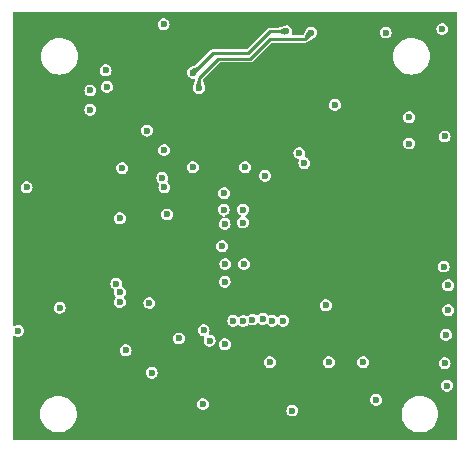
<source format=gbr>
%TF.GenerationSoftware,KiCad,Pcbnew,7.0.8*%
%TF.CreationDate,2023-11-14T14:25:30+07:00*%
%TF.ProjectId,Pixracer_clone,50697872-6163-4657-925f-636c6f6e652e,rev?*%
%TF.SameCoordinates,Original*%
%TF.FileFunction,Copper,L2,Inr*%
%TF.FilePolarity,Positive*%
%FSLAX46Y46*%
G04 Gerber Fmt 4.6, Leading zero omitted, Abs format (unit mm)*
G04 Created by KiCad (PCBNEW 7.0.8) date 2023-11-14 14:25:30*
%MOMM*%
%LPD*%
G01*
G04 APERTURE LIST*
%TA.AperFunction,ViaPad*%
%ADD10C,0.600000*%
%TD*%
%TA.AperFunction,Conductor*%
%ADD11C,0.250000*%
%TD*%
G04 APERTURE END LIST*
D10*
%TO.N,GND*%
X132500000Y-93800000D03*
X131200000Y-94900000D03*
X133300000Y-96000000D03*
X133300000Y-94900000D03*
X132300000Y-96000000D03*
X132300000Y-94900000D03*
X115700000Y-113100000D03*
X120600000Y-116500000D03*
X122500000Y-116500000D03*
X124300000Y-116500000D03*
X118500000Y-102500000D03*
X113200000Y-114300000D03*
X105900000Y-102500000D03*
X123000000Y-93400000D03*
X123400000Y-103600000D03*
X125000000Y-102700000D03*
X117000000Y-111500000D03*
X117000000Y-112900000D03*
X108400000Y-97300000D03*
X105700000Y-92900000D03*
X108700000Y-91500000D03*
X120254089Y-94229089D03*
X135800000Y-112300000D03*
X110900000Y-111400000D03*
X125000000Y-101600000D03*
X111900000Y-91500000D03*
X109525000Y-112900000D03*
X129000000Y-111900000D03*
X111275000Y-114300000D03*
X114900000Y-85800000D03*
X130250000Y-105700000D03*
X133400000Y-93200000D03*
X105800000Y-103800000D03*
X123100000Y-82700000D03*
X112100000Y-95400000D03*
X103300000Y-116400000D03*
X107000000Y-111200000D03*
X103400000Y-82400000D03*
X134100000Y-115300000D03*
X114720000Y-108595000D03*
X121500000Y-83100000D03*
X108550000Y-115900000D03*
X103824500Y-91500000D03*
X105400000Y-105500000D03*
X119100000Y-116300000D03*
X111300000Y-100075000D03*
X111500000Y-93225000D03*
X109200000Y-84700000D03*
X125700000Y-111200000D03*
X106400000Y-82600000D03*
X105900000Y-88100000D03*
X129500000Y-90200000D03*
X124500000Y-111500000D03*
X114038453Y-89068840D03*
X107400000Y-87600000D03*
X106500000Y-90200000D03*
X113150000Y-115900000D03*
X121200000Y-110000000D03*
X111800000Y-108150000D03*
X107800000Y-82800000D03*
%TO.N,VCC*%
X111500000Y-94275000D03*
X129000000Y-110700000D03*
X111300000Y-98525000D03*
X121711180Y-98886180D03*
X121900000Y-94200000D03*
X124000000Y-110700000D03*
X138600000Y-82500000D03*
X111800000Y-109700000D03*
X128747363Y-105894500D03*
X125900000Y-114800000D03*
X135800000Y-89975000D03*
X133000000Y-113900000D03*
X116300000Y-108700000D03*
X121825000Y-102400000D03*
X106200000Y-106100000D03*
X102685658Y-108050500D03*
X129500000Y-88925000D03*
X121735000Y-97800000D03*
X108800000Y-87700000D03*
X135800000Y-92200000D03*
X131900000Y-110700000D03*
%TO.N,NRST*%
X115300000Y-98200000D03*
%TO.N,BOOT0*%
X108800000Y-89325000D03*
%TO.N,USB_D+*%
X126922649Y-93856622D03*
%TO.N,TIM1_CH3*%
X139100000Y-104200000D03*
X124200000Y-107200000D03*
%TO.N,TIM1_CH2*%
X123416023Y-107043204D03*
X139100000Y-106300000D03*
%TO.N,TIM1_CH1*%
X138900000Y-108400000D03*
X122525130Y-107096013D03*
%TO.N,I2C_SCl*%
X127500000Y-82800000D03*
X118000000Y-87500000D03*
%TO.N,I2C_SDA*%
X125400000Y-82700500D03*
X117500000Y-86200000D03*
%TO.N,LED2*%
X110100000Y-86000000D03*
X114900000Y-95100000D03*
%TO.N,LED3*%
X110200000Y-87400000D03*
X115075500Y-95900000D03*
%TO.N,SDIO0*%
X120224500Y-102400000D03*
%TO.N,SDIO1*%
X120175000Y-103900000D03*
%TO.N,SDIO_CLK*%
X119966219Y-100891219D03*
X123600000Y-94927463D03*
%TO.N,SDIO_CMD*%
X120175000Y-99000000D03*
%TO.N,SDIO3*%
X120085000Y-97800000D03*
%TO.N,SDIO2*%
X120124500Y-96400000D03*
%TO.N,USB_D-*%
X126500000Y-93000000D03*
%TO.N,TIM1_CH4*%
X125137750Y-107193472D03*
X138718809Y-102608191D03*
%TO.N,UART7_TX*%
X138800000Y-110800000D03*
X121735505Y-107221303D03*
%TO.N,UART7_RX*%
X120900000Y-107200000D03*
X139000000Y-112700000D03*
%TO.N,IMU_MOSI*%
X118335000Y-114250000D03*
X118400000Y-108000000D03*
%TO.N,IMU_MISO*%
X120191089Y-109200000D03*
X118900000Y-108900000D03*
%TO.N,BATT_CURRENT_SENSE*%
X113800000Y-105700000D03*
%TO.N,5V_IN*%
X103400000Y-95900000D03*
X138800000Y-91600000D03*
X133800000Y-82800000D03*
X115000000Y-82100000D03*
%TO.N,MOSI_OSD*%
X111300000Y-105600000D03*
X117474500Y-94200000D03*
%TO.N,SCLK_OSD*%
X113600000Y-91100000D03*
X111314902Y-104784875D03*
%TO.N,BATT_VOLT*%
X114000000Y-111600000D03*
%TO.N,MISO_OSD*%
X111000000Y-104050000D03*
X115053379Y-92746621D03*
%TD*%
D11*
%TO.N,I2C_SCl*%
X126975000Y-83325000D02*
X124025000Y-83325000D01*
X122350000Y-85000000D02*
X119650000Y-85000000D01*
X118000000Y-86650000D02*
X118000000Y-87500000D01*
X124025000Y-83325000D02*
X122350000Y-85000000D01*
X127500000Y-82800000D02*
X126975000Y-83325000D01*
X119650000Y-85000000D02*
X118000000Y-86650000D01*
%TO.N,I2C_SDA*%
X122163604Y-84550000D02*
X119150000Y-84550000D01*
X124013604Y-82700000D02*
X122163604Y-84550000D01*
X119150000Y-84550000D02*
X117500000Y-86200000D01*
X125399500Y-82700000D02*
X124013604Y-82700000D01*
X125400000Y-82700500D02*
X125399500Y-82700000D01*
%TD*%
%TA.AperFunction,Conductor*%
%TO.N,GND*%
G36*
X139817539Y-81045185D02*
G01*
X139863294Y-81097989D01*
X139874500Y-81149500D01*
X139874500Y-117150500D01*
X139854815Y-117217539D01*
X139802011Y-117263294D01*
X139750500Y-117274500D01*
X102349500Y-117274500D01*
X102282461Y-117254815D01*
X102236706Y-117202011D01*
X102225500Y-117150500D01*
X102225500Y-115100000D01*
X104546556Y-115100000D01*
X104565680Y-115343006D01*
X104622588Y-115580045D01*
X104715868Y-115805245D01*
X104715870Y-115805248D01*
X104843233Y-116013085D01*
X104843239Y-116013094D01*
X105001546Y-116198448D01*
X105001551Y-116198453D01*
X105183424Y-116353787D01*
X105186909Y-116356763D01*
X105186914Y-116356766D01*
X105394751Y-116484129D01*
X105394754Y-116484131D01*
X105619954Y-116577411D01*
X105619959Y-116577413D01*
X105856988Y-116634319D01*
X106100000Y-116653444D01*
X106343012Y-116634319D01*
X106580041Y-116577413D01*
X106692645Y-116530771D01*
X106805245Y-116484131D01*
X106805246Y-116484130D01*
X106805249Y-116484129D01*
X107013091Y-116356763D01*
X107198451Y-116198451D01*
X107356763Y-116013091D01*
X107484129Y-115805249D01*
X107577413Y-115580041D01*
X107634319Y-115343012D01*
X107653444Y-115100000D01*
X107634319Y-114856988D01*
X107620637Y-114800000D01*
X125394353Y-114800000D01*
X125414834Y-114942456D01*
X125474622Y-115073371D01*
X125474623Y-115073373D01*
X125568872Y-115182143D01*
X125689947Y-115259953D01*
X125689950Y-115259954D01*
X125689949Y-115259954D01*
X125828036Y-115300499D01*
X125828038Y-115300500D01*
X125828039Y-115300500D01*
X125971962Y-115300500D01*
X125971962Y-115300499D01*
X126110053Y-115259953D01*
X126231128Y-115182143D01*
X126302305Y-115100000D01*
X135146556Y-115100000D01*
X135165680Y-115343006D01*
X135222588Y-115580045D01*
X135315868Y-115805245D01*
X135315870Y-115805248D01*
X135443233Y-116013085D01*
X135443239Y-116013094D01*
X135601546Y-116198448D01*
X135601551Y-116198453D01*
X135783424Y-116353787D01*
X135786909Y-116356763D01*
X135786914Y-116356766D01*
X135994751Y-116484129D01*
X135994754Y-116484131D01*
X136219954Y-116577411D01*
X136219959Y-116577413D01*
X136456988Y-116634319D01*
X136700000Y-116653444D01*
X136943012Y-116634319D01*
X137180041Y-116577413D01*
X137292645Y-116530771D01*
X137405245Y-116484131D01*
X137405246Y-116484130D01*
X137405249Y-116484129D01*
X137613091Y-116356763D01*
X137798451Y-116198451D01*
X137956763Y-116013091D01*
X138084129Y-115805249D01*
X138177413Y-115580041D01*
X138234319Y-115343012D01*
X138253444Y-115100000D01*
X138234319Y-114856988D01*
X138177413Y-114619959D01*
X138177411Y-114619954D01*
X138084131Y-114394754D01*
X138084129Y-114394751D01*
X137956766Y-114186914D01*
X137956760Y-114186905D01*
X137798453Y-114001551D01*
X137798448Y-114001546D01*
X137613094Y-113843239D01*
X137613085Y-113843233D01*
X137405248Y-113715870D01*
X137405245Y-113715868D01*
X137180045Y-113622588D01*
X137180041Y-113622587D01*
X136943012Y-113565681D01*
X136943009Y-113565680D01*
X136943006Y-113565680D01*
X136700000Y-113546556D01*
X136456993Y-113565680D01*
X136456989Y-113565680D01*
X136456988Y-113565681D01*
X136338473Y-113594134D01*
X136219954Y-113622588D01*
X135994754Y-113715868D01*
X135994751Y-113715870D01*
X135786914Y-113843233D01*
X135786905Y-113843239D01*
X135601551Y-114001546D01*
X135601546Y-114001551D01*
X135443239Y-114186905D01*
X135443233Y-114186914D01*
X135315870Y-114394751D01*
X135315868Y-114394754D01*
X135222588Y-114619954D01*
X135165680Y-114856993D01*
X135146556Y-115100000D01*
X126302305Y-115100000D01*
X126325377Y-115073373D01*
X126385165Y-114942457D01*
X126405647Y-114800000D01*
X126385165Y-114657543D01*
X126325377Y-114526627D01*
X126231128Y-114417857D01*
X126110053Y-114340047D01*
X126110051Y-114340046D01*
X126110049Y-114340045D01*
X126110050Y-114340045D01*
X125971963Y-114299500D01*
X125971961Y-114299500D01*
X125828039Y-114299500D01*
X125828036Y-114299500D01*
X125689949Y-114340045D01*
X125568873Y-114417856D01*
X125474623Y-114526626D01*
X125474622Y-114526628D01*
X125414834Y-114657543D01*
X125394353Y-114800000D01*
X107620637Y-114800000D01*
X107577413Y-114619959D01*
X107577411Y-114619954D01*
X107484131Y-114394754D01*
X107484129Y-114394751D01*
X107395425Y-114250000D01*
X117829353Y-114250000D01*
X117849834Y-114392456D01*
X117909622Y-114523371D01*
X117909623Y-114523373D01*
X118003872Y-114632143D01*
X118124947Y-114709953D01*
X118124950Y-114709954D01*
X118124949Y-114709954D01*
X118263036Y-114750499D01*
X118263038Y-114750500D01*
X118263039Y-114750500D01*
X118406962Y-114750500D01*
X118406962Y-114750499D01*
X118545053Y-114709953D01*
X118666128Y-114632143D01*
X118760377Y-114523373D01*
X118820165Y-114392457D01*
X118840647Y-114250000D01*
X118820165Y-114107543D01*
X118760377Y-113976627D01*
X118693980Y-113900000D01*
X132494353Y-113900000D01*
X132514834Y-114042456D01*
X132544559Y-114107543D01*
X132574623Y-114173373D01*
X132668872Y-114282143D01*
X132789947Y-114359953D01*
X132789950Y-114359954D01*
X132789949Y-114359954D01*
X132882726Y-114387195D01*
X132908459Y-114394751D01*
X132928036Y-114400499D01*
X132928038Y-114400500D01*
X132928039Y-114400500D01*
X133071962Y-114400500D01*
X133071962Y-114400499D01*
X133210053Y-114359953D01*
X133331128Y-114282143D01*
X133425377Y-114173373D01*
X133485165Y-114042457D01*
X133505647Y-113900000D01*
X133485165Y-113757543D01*
X133425377Y-113626627D01*
X133331128Y-113517857D01*
X133210053Y-113440047D01*
X133210051Y-113440046D01*
X133210049Y-113440045D01*
X133210050Y-113440045D01*
X133071963Y-113399500D01*
X133071961Y-113399500D01*
X132928039Y-113399500D01*
X132928036Y-113399500D01*
X132789949Y-113440045D01*
X132668873Y-113517856D01*
X132574623Y-113626626D01*
X132574622Y-113626628D01*
X132514834Y-113757543D01*
X132494353Y-113900000D01*
X118693980Y-113900000D01*
X118666128Y-113867857D01*
X118545053Y-113790047D01*
X118545051Y-113790046D01*
X118545049Y-113790045D01*
X118545050Y-113790045D01*
X118406963Y-113749500D01*
X118406961Y-113749500D01*
X118263039Y-113749500D01*
X118263036Y-113749500D01*
X118124949Y-113790045D01*
X118003873Y-113867856D01*
X117909623Y-113976626D01*
X117909622Y-113976628D01*
X117849834Y-114107543D01*
X117829353Y-114250000D01*
X107395425Y-114250000D01*
X107356766Y-114186914D01*
X107356760Y-114186905D01*
X107198453Y-114001551D01*
X107198448Y-114001546D01*
X107013094Y-113843239D01*
X107013085Y-113843233D01*
X106805248Y-113715870D01*
X106805245Y-113715868D01*
X106580045Y-113622588D01*
X106580041Y-113622587D01*
X106343012Y-113565681D01*
X106343009Y-113565680D01*
X106343006Y-113565680D01*
X106100000Y-113546556D01*
X105856993Y-113565680D01*
X105856989Y-113565680D01*
X105856988Y-113565681D01*
X105738473Y-113594134D01*
X105619954Y-113622588D01*
X105394754Y-113715868D01*
X105394751Y-113715870D01*
X105186914Y-113843233D01*
X105186905Y-113843239D01*
X105001551Y-114001546D01*
X105001546Y-114001551D01*
X104843239Y-114186905D01*
X104843233Y-114186914D01*
X104715870Y-114394751D01*
X104715868Y-114394754D01*
X104622588Y-114619954D01*
X104565680Y-114856993D01*
X104546556Y-115100000D01*
X102225500Y-115100000D01*
X102225500Y-112700000D01*
X138494353Y-112700000D01*
X138514834Y-112842456D01*
X138574622Y-112973371D01*
X138574623Y-112973373D01*
X138668872Y-113082143D01*
X138789947Y-113159953D01*
X138789950Y-113159954D01*
X138789949Y-113159954D01*
X138928036Y-113200499D01*
X138928038Y-113200500D01*
X138928039Y-113200500D01*
X139071962Y-113200500D01*
X139071962Y-113200499D01*
X139210053Y-113159953D01*
X139331128Y-113082143D01*
X139425377Y-112973373D01*
X139485165Y-112842457D01*
X139505647Y-112700000D01*
X139485165Y-112557543D01*
X139425377Y-112426627D01*
X139331128Y-112317857D01*
X139210053Y-112240047D01*
X139210051Y-112240046D01*
X139210049Y-112240045D01*
X139210050Y-112240045D01*
X139071963Y-112199500D01*
X139071961Y-112199500D01*
X138928039Y-112199500D01*
X138928036Y-112199500D01*
X138789949Y-112240045D01*
X138668873Y-112317856D01*
X138574623Y-112426626D01*
X138574622Y-112426628D01*
X138514834Y-112557543D01*
X138494353Y-112700000D01*
X102225500Y-112700000D01*
X102225500Y-111600000D01*
X113494353Y-111600000D01*
X113514834Y-111742456D01*
X113574622Y-111873371D01*
X113574623Y-111873373D01*
X113668872Y-111982143D01*
X113789947Y-112059953D01*
X113789950Y-112059954D01*
X113789949Y-112059954D01*
X113928036Y-112100499D01*
X113928038Y-112100500D01*
X113928039Y-112100500D01*
X114071962Y-112100500D01*
X114071962Y-112100499D01*
X114210053Y-112059953D01*
X114331128Y-111982143D01*
X114425377Y-111873373D01*
X114485165Y-111742457D01*
X114505647Y-111600000D01*
X114485165Y-111457543D01*
X114425377Y-111326627D01*
X114331128Y-111217857D01*
X114210053Y-111140047D01*
X114210051Y-111140046D01*
X114210049Y-111140045D01*
X114210050Y-111140045D01*
X114071963Y-111099500D01*
X114071961Y-111099500D01*
X113928039Y-111099500D01*
X113928036Y-111099500D01*
X113789949Y-111140045D01*
X113668873Y-111217856D01*
X113574623Y-111326626D01*
X113574622Y-111326628D01*
X113514834Y-111457543D01*
X113494353Y-111600000D01*
X102225500Y-111600000D01*
X102225500Y-110700000D01*
X123494353Y-110700000D01*
X123514834Y-110842456D01*
X123560504Y-110942457D01*
X123574623Y-110973373D01*
X123668872Y-111082143D01*
X123789947Y-111159953D01*
X123789950Y-111159954D01*
X123789949Y-111159954D01*
X123928036Y-111200499D01*
X123928038Y-111200500D01*
X123928039Y-111200500D01*
X124071962Y-111200500D01*
X124071962Y-111200499D01*
X124210053Y-111159953D01*
X124331128Y-111082143D01*
X124425377Y-110973373D01*
X124485165Y-110842457D01*
X124505647Y-110700000D01*
X128494353Y-110700000D01*
X128514834Y-110842456D01*
X128560504Y-110942457D01*
X128574623Y-110973373D01*
X128668872Y-111082143D01*
X128789947Y-111159953D01*
X128789950Y-111159954D01*
X128789949Y-111159954D01*
X128928036Y-111200499D01*
X128928038Y-111200500D01*
X128928039Y-111200500D01*
X129071962Y-111200500D01*
X129071962Y-111200499D01*
X129210053Y-111159953D01*
X129331128Y-111082143D01*
X129425377Y-110973373D01*
X129485165Y-110842457D01*
X129505647Y-110700000D01*
X131394353Y-110700000D01*
X131414834Y-110842456D01*
X131460504Y-110942457D01*
X131474623Y-110973373D01*
X131568872Y-111082143D01*
X131689947Y-111159953D01*
X131689950Y-111159954D01*
X131689949Y-111159954D01*
X131828036Y-111200499D01*
X131828038Y-111200500D01*
X131828039Y-111200500D01*
X131971962Y-111200500D01*
X131971962Y-111200499D01*
X132110053Y-111159953D01*
X132231128Y-111082143D01*
X132325377Y-110973373D01*
X132385165Y-110842457D01*
X132391269Y-110800000D01*
X138294353Y-110800000D01*
X138314834Y-110942456D01*
X138328953Y-110973371D01*
X138374623Y-111073373D01*
X138468872Y-111182143D01*
X138589947Y-111259953D01*
X138589950Y-111259954D01*
X138589949Y-111259954D01*
X138728036Y-111300499D01*
X138728038Y-111300500D01*
X138728039Y-111300500D01*
X138871962Y-111300500D01*
X138871962Y-111300499D01*
X139010053Y-111259953D01*
X139131128Y-111182143D01*
X139225377Y-111073373D01*
X139285165Y-110942457D01*
X139305647Y-110800000D01*
X139285165Y-110657543D01*
X139225377Y-110526627D01*
X139131128Y-110417857D01*
X139010053Y-110340047D01*
X139010051Y-110340046D01*
X139010049Y-110340045D01*
X139010050Y-110340045D01*
X138871963Y-110299500D01*
X138871961Y-110299500D01*
X138728039Y-110299500D01*
X138728036Y-110299500D01*
X138589949Y-110340045D01*
X138468873Y-110417856D01*
X138374623Y-110526626D01*
X138374622Y-110526628D01*
X138314834Y-110657543D01*
X138294353Y-110800000D01*
X132391269Y-110800000D01*
X132405647Y-110700000D01*
X132385165Y-110557543D01*
X132325377Y-110426627D01*
X132231128Y-110317857D01*
X132110053Y-110240047D01*
X132110051Y-110240046D01*
X132110049Y-110240045D01*
X132110050Y-110240045D01*
X131971963Y-110199500D01*
X131971961Y-110199500D01*
X131828039Y-110199500D01*
X131828036Y-110199500D01*
X131689949Y-110240045D01*
X131568873Y-110317856D01*
X131474623Y-110426626D01*
X131474622Y-110426628D01*
X131414834Y-110557543D01*
X131394353Y-110700000D01*
X129505647Y-110700000D01*
X129485165Y-110557543D01*
X129425377Y-110426627D01*
X129331128Y-110317857D01*
X129210053Y-110240047D01*
X129210051Y-110240046D01*
X129210049Y-110240045D01*
X129210050Y-110240045D01*
X129071963Y-110199500D01*
X129071961Y-110199500D01*
X128928039Y-110199500D01*
X128928036Y-110199500D01*
X128789949Y-110240045D01*
X128668873Y-110317856D01*
X128574623Y-110426626D01*
X128574622Y-110426628D01*
X128514834Y-110557543D01*
X128494353Y-110700000D01*
X124505647Y-110700000D01*
X124485165Y-110557543D01*
X124425377Y-110426627D01*
X124331128Y-110317857D01*
X124210053Y-110240047D01*
X124210051Y-110240046D01*
X124210049Y-110240045D01*
X124210050Y-110240045D01*
X124071963Y-110199500D01*
X124071961Y-110199500D01*
X123928039Y-110199500D01*
X123928036Y-110199500D01*
X123789949Y-110240045D01*
X123668873Y-110317856D01*
X123574623Y-110426626D01*
X123574622Y-110426628D01*
X123514834Y-110557543D01*
X123494353Y-110700000D01*
X102225500Y-110700000D01*
X102225500Y-109700000D01*
X111294353Y-109700000D01*
X111314834Y-109842456D01*
X111374622Y-109973371D01*
X111374623Y-109973373D01*
X111468872Y-110082143D01*
X111589947Y-110159953D01*
X111589950Y-110159954D01*
X111589949Y-110159954D01*
X111697107Y-110191417D01*
X111724633Y-110199500D01*
X111728036Y-110200499D01*
X111728038Y-110200500D01*
X111728039Y-110200500D01*
X111871962Y-110200500D01*
X111871962Y-110200499D01*
X112010053Y-110159953D01*
X112131128Y-110082143D01*
X112225377Y-109973373D01*
X112285165Y-109842457D01*
X112305647Y-109700000D01*
X112285165Y-109557543D01*
X112225377Y-109426627D01*
X112131128Y-109317857D01*
X112010053Y-109240047D01*
X112010051Y-109240046D01*
X112010049Y-109240045D01*
X112010050Y-109240045D01*
X111871963Y-109199500D01*
X111871961Y-109199500D01*
X111728039Y-109199500D01*
X111728036Y-109199500D01*
X111589949Y-109240045D01*
X111468873Y-109317856D01*
X111374623Y-109426626D01*
X111374622Y-109426628D01*
X111314834Y-109557543D01*
X111294353Y-109700000D01*
X102225500Y-109700000D01*
X102225500Y-108700000D01*
X115794353Y-108700000D01*
X115814834Y-108842456D01*
X115853275Y-108926628D01*
X115874623Y-108973373D01*
X115968872Y-109082143D01*
X116089947Y-109159953D01*
X116089950Y-109159954D01*
X116089949Y-109159954D01*
X116197107Y-109191417D01*
X116226336Y-109200000D01*
X116228036Y-109200499D01*
X116228038Y-109200500D01*
X116228039Y-109200500D01*
X116371962Y-109200500D01*
X116371962Y-109200499D01*
X116510053Y-109159953D01*
X116631128Y-109082143D01*
X116725377Y-108973373D01*
X116785165Y-108842457D01*
X116805647Y-108700000D01*
X116785165Y-108557543D01*
X116725377Y-108426627D01*
X116631128Y-108317857D01*
X116510053Y-108240047D01*
X116510051Y-108240046D01*
X116510049Y-108240045D01*
X116510050Y-108240045D01*
X116371963Y-108199500D01*
X116371961Y-108199500D01*
X116228039Y-108199500D01*
X116228036Y-108199500D01*
X116089949Y-108240045D01*
X115968873Y-108317856D01*
X115874623Y-108426626D01*
X115874622Y-108426628D01*
X115814834Y-108557543D01*
X115794353Y-108700000D01*
X102225500Y-108700000D01*
X102225500Y-108576809D01*
X102245185Y-108509770D01*
X102297989Y-108464015D01*
X102367147Y-108454071D01*
X102416540Y-108472494D01*
X102475606Y-108510454D01*
X102613694Y-108550999D01*
X102613696Y-108551000D01*
X102613697Y-108551000D01*
X102757620Y-108551000D01*
X102757620Y-108550999D01*
X102895711Y-108510453D01*
X103016786Y-108432643D01*
X103111035Y-108323873D01*
X103170823Y-108192957D01*
X103191305Y-108050500D01*
X103184044Y-108000000D01*
X117894353Y-108000000D01*
X117914834Y-108142456D01*
X117967535Y-108257853D01*
X117974623Y-108273373D01*
X118068872Y-108382143D01*
X118189947Y-108459953D01*
X118189950Y-108459954D01*
X118189949Y-108459954D01*
X118328036Y-108500499D01*
X118328038Y-108500500D01*
X118339275Y-108500500D01*
X118406314Y-108520185D01*
X118452069Y-108572989D01*
X118462013Y-108642147D01*
X118452069Y-108676011D01*
X118414835Y-108757541D01*
X118414834Y-108757542D01*
X118394353Y-108900000D01*
X118414834Y-109042456D01*
X118432959Y-109082143D01*
X118474623Y-109173373D01*
X118568872Y-109282143D01*
X118689947Y-109359953D01*
X118689950Y-109359954D01*
X118689949Y-109359954D01*
X118828036Y-109400499D01*
X118828038Y-109400500D01*
X118828039Y-109400500D01*
X118971962Y-109400500D01*
X118971962Y-109400499D01*
X119110053Y-109359953D01*
X119231128Y-109282143D01*
X119302305Y-109200000D01*
X119685442Y-109200000D01*
X119705923Y-109342456D01*
X119744364Y-109426628D01*
X119765712Y-109473373D01*
X119859961Y-109582143D01*
X119981036Y-109659953D01*
X119981039Y-109659954D01*
X119981038Y-109659954D01*
X120088196Y-109691417D01*
X120117425Y-109700000D01*
X120119125Y-109700499D01*
X120119127Y-109700500D01*
X120119128Y-109700500D01*
X120263051Y-109700500D01*
X120263051Y-109700499D01*
X120401142Y-109659953D01*
X120522217Y-109582143D01*
X120616466Y-109473373D01*
X120676254Y-109342457D01*
X120696736Y-109200000D01*
X120676254Y-109057543D01*
X120616466Y-108926627D01*
X120522217Y-108817857D01*
X120401142Y-108740047D01*
X120401140Y-108740046D01*
X120401138Y-108740045D01*
X120401139Y-108740045D01*
X120263052Y-108699500D01*
X120263050Y-108699500D01*
X120119128Y-108699500D01*
X120119125Y-108699500D01*
X119981038Y-108740045D01*
X119859962Y-108817856D01*
X119765712Y-108926626D01*
X119765711Y-108926628D01*
X119705923Y-109057543D01*
X119685442Y-109200000D01*
X119302305Y-109200000D01*
X119325377Y-109173373D01*
X119385165Y-109042457D01*
X119405647Y-108900000D01*
X119385165Y-108757543D01*
X119325377Y-108626627D01*
X119231128Y-108517857D01*
X119110053Y-108440047D01*
X119110051Y-108440046D01*
X119110049Y-108440045D01*
X119110050Y-108440045D01*
X118973666Y-108400000D01*
X138394353Y-108400000D01*
X138414834Y-108542456D01*
X138453275Y-108626628D01*
X138474623Y-108673373D01*
X138568872Y-108782143D01*
X138689947Y-108859953D01*
X138689950Y-108859954D01*
X138689949Y-108859954D01*
X138797107Y-108891417D01*
X138826336Y-108900000D01*
X138828036Y-108900499D01*
X138828038Y-108900500D01*
X138828039Y-108900500D01*
X138971962Y-108900500D01*
X138971962Y-108900499D01*
X139110053Y-108859953D01*
X139231128Y-108782143D01*
X139325377Y-108673373D01*
X139385165Y-108542457D01*
X139405647Y-108400000D01*
X139385165Y-108257543D01*
X139325377Y-108126627D01*
X139231128Y-108017857D01*
X139110053Y-107940047D01*
X139110051Y-107940046D01*
X139110049Y-107940045D01*
X139110050Y-107940045D01*
X138971963Y-107899500D01*
X138971961Y-107899500D01*
X138828039Y-107899500D01*
X138828036Y-107899500D01*
X138689949Y-107940045D01*
X138568873Y-108017856D01*
X138474623Y-108126626D01*
X138474622Y-108126628D01*
X138414834Y-108257543D01*
X138394353Y-108400000D01*
X118973666Y-108400000D01*
X118971963Y-108399500D01*
X118971961Y-108399500D01*
X118960725Y-108399500D01*
X118893686Y-108379815D01*
X118847931Y-108327011D01*
X118837987Y-108257853D01*
X118847931Y-108223989D01*
X118870451Y-108174675D01*
X118885165Y-108142457D01*
X118905647Y-108000000D01*
X118885165Y-107857543D01*
X118825377Y-107726627D01*
X118731128Y-107617857D01*
X118610053Y-107540047D01*
X118610051Y-107540046D01*
X118610049Y-107540045D01*
X118610050Y-107540045D01*
X118471963Y-107499500D01*
X118471961Y-107499500D01*
X118328039Y-107499500D01*
X118328036Y-107499500D01*
X118189949Y-107540045D01*
X118068873Y-107617856D01*
X117974623Y-107726626D01*
X117974622Y-107726628D01*
X117914834Y-107857543D01*
X117894353Y-108000000D01*
X103184044Y-108000000D01*
X103170823Y-107908043D01*
X103111035Y-107777127D01*
X103016786Y-107668357D01*
X102895711Y-107590547D01*
X102895709Y-107590546D01*
X102895707Y-107590545D01*
X102895708Y-107590545D01*
X102757621Y-107550000D01*
X102757619Y-107550000D01*
X102613697Y-107550000D01*
X102613694Y-107550000D01*
X102475607Y-107590545D01*
X102416539Y-107628506D01*
X102349499Y-107648190D01*
X102282460Y-107628505D01*
X102236705Y-107575701D01*
X102225500Y-107524190D01*
X102225500Y-107200000D01*
X120394353Y-107200000D01*
X120414834Y-107342456D01*
X120452690Y-107425347D01*
X120474623Y-107473373D01*
X120568872Y-107582143D01*
X120689947Y-107659953D01*
X120689950Y-107659954D01*
X120689949Y-107659954D01*
X120797107Y-107691417D01*
X120805806Y-107693972D01*
X120828036Y-107700499D01*
X120828038Y-107700500D01*
X120828039Y-107700500D01*
X120971962Y-107700500D01*
X120971962Y-107700499D01*
X121110053Y-107659953D01*
X121231128Y-107582143D01*
X121231128Y-107582142D01*
X121238589Y-107577348D01*
X121240361Y-107580105D01*
X121289342Y-107557719D01*
X121358503Y-107567641D01*
X121400738Y-107599246D01*
X121404377Y-107603446D01*
X121525452Y-107681256D01*
X121525455Y-107681257D01*
X121525454Y-107681257D01*
X121663541Y-107721802D01*
X121663543Y-107721803D01*
X121663544Y-107721803D01*
X121807467Y-107721803D01*
X121807467Y-107721802D01*
X121945558Y-107681256D01*
X122066633Y-107603446D01*
X122111561Y-107551595D01*
X122170336Y-107513821D01*
X122240206Y-107513820D01*
X122272311Y-107528482D01*
X122292136Y-107541223D01*
X122315078Y-107555967D01*
X122453166Y-107596512D01*
X122453168Y-107596513D01*
X122453169Y-107596513D01*
X122597092Y-107596513D01*
X122597092Y-107596512D01*
X122735183Y-107555966D01*
X122856258Y-107478156D01*
X122899744Y-107427969D01*
X122958520Y-107390196D01*
X123028390Y-107390196D01*
X123076713Y-107421251D01*
X123078195Y-107419541D01*
X123084891Y-107425342D01*
X123084895Y-107425347D01*
X123205970Y-107503157D01*
X123205973Y-107503158D01*
X123205972Y-107503158D01*
X123290783Y-107528060D01*
X123331600Y-107540045D01*
X123344059Y-107543703D01*
X123344061Y-107543704D01*
X123344062Y-107543704D01*
X123487985Y-107543704D01*
X123487985Y-107543703D01*
X123626076Y-107503157D01*
X123647675Y-107489275D01*
X123714714Y-107469590D01*
X123781754Y-107489274D01*
X123808427Y-107512385D01*
X123868872Y-107582143D01*
X123989947Y-107659953D01*
X123989950Y-107659954D01*
X123989949Y-107659954D01*
X124097107Y-107691417D01*
X124105806Y-107693972D01*
X124128036Y-107700499D01*
X124128038Y-107700500D01*
X124128039Y-107700500D01*
X124271962Y-107700500D01*
X124271962Y-107700499D01*
X124410053Y-107659953D01*
X124531128Y-107582143D01*
X124577990Y-107528061D01*
X124636768Y-107490286D01*
X124706637Y-107490286D01*
X124765415Y-107528059D01*
X124806622Y-107575615D01*
X124927697Y-107653425D01*
X124927700Y-107653426D01*
X124927699Y-107653426D01*
X125065786Y-107693971D01*
X125065788Y-107693972D01*
X125065789Y-107693972D01*
X125209712Y-107693972D01*
X125209712Y-107693971D01*
X125325567Y-107659954D01*
X125347800Y-107653426D01*
X125347800Y-107653425D01*
X125347803Y-107653425D01*
X125468878Y-107575615D01*
X125563127Y-107466845D01*
X125622915Y-107335929D01*
X125643397Y-107193472D01*
X125622915Y-107051015D01*
X125563127Y-106920099D01*
X125468878Y-106811329D01*
X125347803Y-106733519D01*
X125347801Y-106733518D01*
X125347799Y-106733517D01*
X125347800Y-106733517D01*
X125209713Y-106692972D01*
X125209711Y-106692972D01*
X125065789Y-106692972D01*
X125065786Y-106692972D01*
X124927699Y-106733517D01*
X124806622Y-106811328D01*
X124759758Y-106865412D01*
X124700979Y-106903186D01*
X124631110Y-106903185D01*
X124572333Y-106865411D01*
X124531128Y-106817857D01*
X124410053Y-106740047D01*
X124410051Y-106740046D01*
X124410049Y-106740045D01*
X124410050Y-106740045D01*
X124271963Y-106699500D01*
X124271961Y-106699500D01*
X124128039Y-106699500D01*
X124128036Y-106699500D01*
X123989949Y-106740045D01*
X123989947Y-106740046D01*
X123968343Y-106753930D01*
X123901303Y-106773613D01*
X123834264Y-106753927D01*
X123807593Y-106730815D01*
X123747152Y-106661062D01*
X123747151Y-106661061D01*
X123626076Y-106583251D01*
X123626074Y-106583250D01*
X123626072Y-106583249D01*
X123626073Y-106583249D01*
X123487986Y-106542704D01*
X123487984Y-106542704D01*
X123344062Y-106542704D01*
X123344059Y-106542704D01*
X123205972Y-106583249D01*
X123084895Y-106661060D01*
X123041408Y-106711247D01*
X122982629Y-106749021D01*
X122912760Y-106749020D01*
X122864439Y-106717965D01*
X122862958Y-106719676D01*
X122856261Y-106713873D01*
X122856258Y-106713870D01*
X122735183Y-106636060D01*
X122735181Y-106636059D01*
X122735179Y-106636058D01*
X122735180Y-106636058D01*
X122597093Y-106595513D01*
X122597091Y-106595513D01*
X122453169Y-106595513D01*
X122453166Y-106595513D01*
X122315079Y-106636058D01*
X122194003Y-106713869D01*
X122149074Y-106765720D01*
X122090295Y-106803494D01*
X122020426Y-106803494D01*
X121988322Y-106788832D01*
X121945560Y-106761350D01*
X121945555Y-106761348D01*
X121807468Y-106720803D01*
X121807466Y-106720803D01*
X121663544Y-106720803D01*
X121663541Y-106720803D01*
X121525454Y-106761348D01*
X121396916Y-106843955D01*
X121395151Y-106841208D01*
X121346069Y-106863597D01*
X121276915Y-106853622D01*
X121234765Y-106822055D01*
X121231128Y-106817857D01*
X121110053Y-106740047D01*
X121110051Y-106740046D01*
X121110049Y-106740045D01*
X121110050Y-106740045D01*
X120971963Y-106699500D01*
X120971961Y-106699500D01*
X120828039Y-106699500D01*
X120828036Y-106699500D01*
X120689949Y-106740045D01*
X120568873Y-106817856D01*
X120474623Y-106926626D01*
X120474622Y-106926628D01*
X120414834Y-107057543D01*
X120394353Y-107200000D01*
X102225500Y-107200000D01*
X102225500Y-106100000D01*
X105694353Y-106100000D01*
X105714834Y-106242456D01*
X105730447Y-106276643D01*
X105774623Y-106373373D01*
X105868872Y-106482143D01*
X105989947Y-106559953D01*
X105989950Y-106559954D01*
X105989949Y-106559954D01*
X106128036Y-106600499D01*
X106128038Y-106600500D01*
X106128039Y-106600500D01*
X106271962Y-106600500D01*
X106271962Y-106600499D01*
X106410053Y-106559953D01*
X106531128Y-106482143D01*
X106625377Y-106373373D01*
X106685165Y-106242457D01*
X106705647Y-106100000D01*
X106685165Y-105957543D01*
X106625377Y-105826627D01*
X106531128Y-105717857D01*
X106410053Y-105640047D01*
X106410051Y-105640046D01*
X106410049Y-105640045D01*
X106410050Y-105640045D01*
X106271963Y-105599500D01*
X106271961Y-105599500D01*
X106128039Y-105599500D01*
X106128036Y-105599500D01*
X105989949Y-105640045D01*
X105868873Y-105717856D01*
X105774623Y-105826626D01*
X105774622Y-105826628D01*
X105714834Y-105957543D01*
X105694353Y-106100000D01*
X102225500Y-106100000D01*
X102225500Y-104050000D01*
X110494353Y-104050000D01*
X110514834Y-104192456D01*
X110563472Y-104298957D01*
X110574623Y-104323373D01*
X110668872Y-104432143D01*
X110778052Y-104502309D01*
X110823806Y-104555111D01*
X110833750Y-104624269D01*
X110829990Y-104641555D01*
X110829737Y-104642415D01*
X110809255Y-104784875D01*
X110829736Y-104927331D01*
X110889524Y-105058246D01*
X110889525Y-105058248D01*
X110923365Y-105097302D01*
X110927987Y-105102636D01*
X110957011Y-105166192D01*
X110947067Y-105235350D01*
X110927987Y-105265039D01*
X110874625Y-105326622D01*
X110874622Y-105326628D01*
X110814834Y-105457543D01*
X110794353Y-105600000D01*
X110814834Y-105742456D01*
X110860504Y-105842457D01*
X110874623Y-105873373D01*
X110968872Y-105982143D01*
X111089947Y-106059953D01*
X111089950Y-106059954D01*
X111089949Y-106059954D01*
X111165520Y-106082143D01*
X111226336Y-106100000D01*
X111228036Y-106100499D01*
X111228038Y-106100500D01*
X111228039Y-106100500D01*
X111371962Y-106100500D01*
X111371962Y-106100499D01*
X111510053Y-106059953D01*
X111631128Y-105982143D01*
X111725377Y-105873373D01*
X111785165Y-105742457D01*
X111791269Y-105700000D01*
X113294353Y-105700000D01*
X113314834Y-105842456D01*
X113374622Y-105973371D01*
X113374623Y-105973373D01*
X113468872Y-106082143D01*
X113589947Y-106159953D01*
X113589950Y-106159954D01*
X113589949Y-106159954D01*
X113728036Y-106200499D01*
X113728038Y-106200500D01*
X113728039Y-106200500D01*
X113871962Y-106200500D01*
X113871962Y-106200499D01*
X113983080Y-106167873D01*
X114010050Y-106159954D01*
X114010050Y-106159953D01*
X114010053Y-106159953D01*
X114131128Y-106082143D01*
X114225377Y-105973373D01*
X114261397Y-105894500D01*
X128241716Y-105894500D01*
X128262197Y-106036956D01*
X128272700Y-106059953D01*
X128321986Y-106167873D01*
X128416235Y-106276643D01*
X128537310Y-106354453D01*
X128537313Y-106354454D01*
X128537312Y-106354454D01*
X128675399Y-106394999D01*
X128675401Y-106395000D01*
X128675402Y-106395000D01*
X128819325Y-106395000D01*
X128819325Y-106394999D01*
X128957416Y-106354453D01*
X129042147Y-106300000D01*
X138594353Y-106300000D01*
X138614834Y-106442456D01*
X138632959Y-106482143D01*
X138674623Y-106573373D01*
X138768872Y-106682143D01*
X138889947Y-106759953D01*
X138889950Y-106759954D01*
X138889949Y-106759954D01*
X139028036Y-106800499D01*
X139028038Y-106800500D01*
X139028039Y-106800500D01*
X139171962Y-106800500D01*
X139171962Y-106800499D01*
X139290412Y-106765720D01*
X139310050Y-106759954D01*
X139310050Y-106759953D01*
X139310053Y-106759953D01*
X139431128Y-106682143D01*
X139525377Y-106573373D01*
X139585165Y-106442457D01*
X139605647Y-106300000D01*
X139585165Y-106157543D01*
X139525377Y-106026627D01*
X139431128Y-105917857D01*
X139310053Y-105840047D01*
X139310051Y-105840046D01*
X139310049Y-105840045D01*
X139310050Y-105840045D01*
X139171963Y-105799500D01*
X139171961Y-105799500D01*
X139028039Y-105799500D01*
X139028036Y-105799500D01*
X138889949Y-105840045D01*
X138768873Y-105917856D01*
X138674623Y-106026626D01*
X138674622Y-106026628D01*
X138614834Y-106157543D01*
X138594353Y-106300000D01*
X129042147Y-106300000D01*
X129078491Y-106276643D01*
X129172740Y-106167873D01*
X129232528Y-106036957D01*
X129253010Y-105894500D01*
X129232528Y-105752043D01*
X129172740Y-105621127D01*
X129078491Y-105512357D01*
X128957416Y-105434547D01*
X128957414Y-105434546D01*
X128957412Y-105434545D01*
X128957413Y-105434545D01*
X128819326Y-105394000D01*
X128819324Y-105394000D01*
X128675402Y-105394000D01*
X128675399Y-105394000D01*
X128537312Y-105434545D01*
X128416236Y-105512356D01*
X128321986Y-105621126D01*
X128321985Y-105621128D01*
X128262197Y-105752043D01*
X128241716Y-105894500D01*
X114261397Y-105894500D01*
X114285165Y-105842457D01*
X114305647Y-105700000D01*
X114285165Y-105557543D01*
X114225377Y-105426627D01*
X114131128Y-105317857D01*
X114010053Y-105240047D01*
X114010051Y-105240046D01*
X114010049Y-105240045D01*
X114010050Y-105240045D01*
X113871963Y-105199500D01*
X113871961Y-105199500D01*
X113728039Y-105199500D01*
X113728036Y-105199500D01*
X113589949Y-105240045D01*
X113468873Y-105317856D01*
X113374623Y-105426626D01*
X113374622Y-105426628D01*
X113314834Y-105557543D01*
X113294353Y-105700000D01*
X111791269Y-105700000D01*
X111805647Y-105600000D01*
X111785165Y-105457543D01*
X111725377Y-105326627D01*
X111725375Y-105326625D01*
X111725374Y-105326622D01*
X111686915Y-105282238D01*
X111657890Y-105218682D01*
X111667834Y-105149524D01*
X111686912Y-105119836D01*
X111740279Y-105058248D01*
X111800067Y-104927332D01*
X111820549Y-104784875D01*
X111800067Y-104642418D01*
X111740279Y-104511502D01*
X111646030Y-104402732D01*
X111536848Y-104332565D01*
X111491095Y-104279763D01*
X111481151Y-104210604D01*
X111484916Y-104193301D01*
X111485160Y-104192467D01*
X111485165Y-104192457D01*
X111505647Y-104050000D01*
X111485165Y-103907543D01*
X111481720Y-103900000D01*
X119669353Y-103900000D01*
X119689834Y-104042456D01*
X119749622Y-104173371D01*
X119749623Y-104173373D01*
X119843872Y-104282143D01*
X119964947Y-104359953D01*
X119964950Y-104359954D01*
X119964949Y-104359954D01*
X120103036Y-104400499D01*
X120103038Y-104400500D01*
X120103039Y-104400500D01*
X120246962Y-104400500D01*
X120246962Y-104400499D01*
X120385053Y-104359953D01*
X120506128Y-104282143D01*
X120577305Y-104200000D01*
X138594353Y-104200000D01*
X138614834Y-104342456D01*
X138674622Y-104473371D01*
X138674623Y-104473373D01*
X138768872Y-104582143D01*
X138889947Y-104659953D01*
X138889950Y-104659954D01*
X138889949Y-104659954D01*
X139028036Y-104700499D01*
X139028038Y-104700500D01*
X139028039Y-104700500D01*
X139171962Y-104700500D01*
X139171962Y-104700499D01*
X139310053Y-104659953D01*
X139431128Y-104582143D01*
X139525377Y-104473373D01*
X139585165Y-104342457D01*
X139605647Y-104200000D01*
X139585165Y-104057543D01*
X139525377Y-103926627D01*
X139431128Y-103817857D01*
X139310053Y-103740047D01*
X139310051Y-103740046D01*
X139310049Y-103740045D01*
X139310050Y-103740045D01*
X139171963Y-103699500D01*
X139171961Y-103699500D01*
X139028039Y-103699500D01*
X139028036Y-103699500D01*
X138889949Y-103740045D01*
X138768873Y-103817856D01*
X138674623Y-103926626D01*
X138674622Y-103926628D01*
X138614834Y-104057543D01*
X138594353Y-104200000D01*
X120577305Y-104200000D01*
X120600377Y-104173373D01*
X120660165Y-104042457D01*
X120680647Y-103900000D01*
X120660165Y-103757543D01*
X120600377Y-103626627D01*
X120506128Y-103517857D01*
X120385053Y-103440047D01*
X120385051Y-103440046D01*
X120385049Y-103440045D01*
X120385050Y-103440045D01*
X120246963Y-103399500D01*
X120246961Y-103399500D01*
X120103039Y-103399500D01*
X120103036Y-103399500D01*
X119964949Y-103440045D01*
X119843873Y-103517856D01*
X119749623Y-103626626D01*
X119749622Y-103626628D01*
X119689834Y-103757543D01*
X119669353Y-103900000D01*
X111481720Y-103900000D01*
X111425377Y-103776627D01*
X111331128Y-103667857D01*
X111210053Y-103590047D01*
X111210051Y-103590046D01*
X111210049Y-103590045D01*
X111210050Y-103590045D01*
X111071963Y-103549500D01*
X111071961Y-103549500D01*
X110928039Y-103549500D01*
X110928036Y-103549500D01*
X110789949Y-103590045D01*
X110668873Y-103667856D01*
X110574623Y-103776626D01*
X110574622Y-103776628D01*
X110514834Y-103907543D01*
X110494353Y-104050000D01*
X102225500Y-104050000D01*
X102225500Y-102400000D01*
X119718853Y-102400000D01*
X119739334Y-102542456D01*
X119769355Y-102608191D01*
X119799123Y-102673373D01*
X119893372Y-102782143D01*
X120014447Y-102859953D01*
X120014450Y-102859954D01*
X120014449Y-102859954D01*
X120152536Y-102900499D01*
X120152538Y-102900500D01*
X120152539Y-102900500D01*
X120296462Y-102900500D01*
X120296462Y-102900499D01*
X120434553Y-102859953D01*
X120555628Y-102782143D01*
X120649877Y-102673373D01*
X120709665Y-102542457D01*
X120730147Y-102400000D01*
X121319353Y-102400000D01*
X121339834Y-102542456D01*
X121369855Y-102608191D01*
X121399623Y-102673373D01*
X121493872Y-102782143D01*
X121614947Y-102859953D01*
X121614950Y-102859954D01*
X121614949Y-102859954D01*
X121753036Y-102900499D01*
X121753038Y-102900500D01*
X121753039Y-102900500D01*
X121896962Y-102900500D01*
X121896962Y-102900499D01*
X122035053Y-102859953D01*
X122156128Y-102782143D01*
X122250377Y-102673373D01*
X122280145Y-102608191D01*
X138213162Y-102608191D01*
X138233643Y-102750647D01*
X138248027Y-102782143D01*
X138293432Y-102881564D01*
X138387681Y-102990334D01*
X138508756Y-103068144D01*
X138508759Y-103068145D01*
X138508758Y-103068145D01*
X138646845Y-103108690D01*
X138646847Y-103108691D01*
X138646848Y-103108691D01*
X138790771Y-103108691D01*
X138790771Y-103108690D01*
X138928862Y-103068144D01*
X139049937Y-102990334D01*
X139144186Y-102881564D01*
X139203974Y-102750648D01*
X139224456Y-102608191D01*
X139203974Y-102465734D01*
X139144186Y-102334818D01*
X139049937Y-102226048D01*
X138928862Y-102148238D01*
X138928860Y-102148237D01*
X138928858Y-102148236D01*
X138928859Y-102148236D01*
X138790772Y-102107691D01*
X138790770Y-102107691D01*
X138646848Y-102107691D01*
X138646845Y-102107691D01*
X138508758Y-102148236D01*
X138387682Y-102226047D01*
X138293432Y-102334817D01*
X138293431Y-102334819D01*
X138233643Y-102465734D01*
X138213162Y-102608191D01*
X122280145Y-102608191D01*
X122310165Y-102542457D01*
X122330647Y-102400000D01*
X122310165Y-102257543D01*
X122250377Y-102126627D01*
X122156128Y-102017857D01*
X122035053Y-101940047D01*
X122035051Y-101940046D01*
X122035049Y-101940045D01*
X122035050Y-101940045D01*
X121896963Y-101899500D01*
X121896961Y-101899500D01*
X121753039Y-101899500D01*
X121753036Y-101899500D01*
X121614949Y-101940045D01*
X121493873Y-102017856D01*
X121399623Y-102126626D01*
X121399622Y-102126628D01*
X121339834Y-102257543D01*
X121319353Y-102400000D01*
X120730147Y-102400000D01*
X120709665Y-102257543D01*
X120649877Y-102126627D01*
X120555628Y-102017857D01*
X120434553Y-101940047D01*
X120434551Y-101940046D01*
X120434549Y-101940045D01*
X120434550Y-101940045D01*
X120296463Y-101899500D01*
X120296461Y-101899500D01*
X120152539Y-101899500D01*
X120152536Y-101899500D01*
X120014449Y-101940045D01*
X119893373Y-102017856D01*
X119799123Y-102126626D01*
X119799122Y-102126628D01*
X119739334Y-102257543D01*
X119718853Y-102400000D01*
X102225500Y-102400000D01*
X102225500Y-100891219D01*
X119460572Y-100891219D01*
X119481053Y-101033675D01*
X119540841Y-101164590D01*
X119540842Y-101164592D01*
X119635091Y-101273362D01*
X119756166Y-101351172D01*
X119756169Y-101351173D01*
X119756168Y-101351173D01*
X119894255Y-101391718D01*
X119894257Y-101391719D01*
X119894258Y-101391719D01*
X120038181Y-101391719D01*
X120038181Y-101391718D01*
X120176272Y-101351172D01*
X120297347Y-101273362D01*
X120391596Y-101164592D01*
X120451384Y-101033676D01*
X120471866Y-100891219D01*
X120451384Y-100748762D01*
X120391596Y-100617846D01*
X120297347Y-100509076D01*
X120176272Y-100431266D01*
X120176270Y-100431265D01*
X120176268Y-100431264D01*
X120176269Y-100431264D01*
X120038182Y-100390719D01*
X120038180Y-100390719D01*
X119894258Y-100390719D01*
X119894255Y-100390719D01*
X119756168Y-100431264D01*
X119635092Y-100509075D01*
X119540842Y-100617845D01*
X119540841Y-100617847D01*
X119481053Y-100748762D01*
X119460572Y-100891219D01*
X102225500Y-100891219D01*
X102225500Y-98525000D01*
X110794353Y-98525000D01*
X110814834Y-98667456D01*
X110849665Y-98743723D01*
X110874623Y-98798373D01*
X110968872Y-98907143D01*
X111089947Y-98984953D01*
X111089950Y-98984954D01*
X111089949Y-98984954D01*
X111228036Y-99025499D01*
X111228038Y-99025500D01*
X111228039Y-99025500D01*
X111371962Y-99025500D01*
X111371962Y-99025499D01*
X111510053Y-98984953D01*
X111631128Y-98907143D01*
X111725377Y-98798373D01*
X111785165Y-98667457D01*
X111805647Y-98525000D01*
X111785165Y-98382543D01*
X111725377Y-98251627D01*
X111680642Y-98200000D01*
X114794353Y-98200000D01*
X114814834Y-98342456D01*
X114870672Y-98464722D01*
X114874623Y-98473373D01*
X114968872Y-98582143D01*
X115089947Y-98659953D01*
X115089950Y-98659954D01*
X115089949Y-98659954D01*
X115228036Y-98700499D01*
X115228038Y-98700500D01*
X115228039Y-98700500D01*
X115371962Y-98700500D01*
X115371962Y-98700499D01*
X115510053Y-98659953D01*
X115631128Y-98582143D01*
X115725377Y-98473373D01*
X115785165Y-98342457D01*
X115805647Y-98200000D01*
X115785165Y-98057543D01*
X115725377Y-97926627D01*
X115631128Y-97817857D01*
X115603342Y-97800000D01*
X119579353Y-97800000D01*
X119599834Y-97942456D01*
X119659622Y-98073371D01*
X119659623Y-98073373D01*
X119753872Y-98182143D01*
X119874947Y-98259953D01*
X119874950Y-98259954D01*
X119874948Y-98259954D01*
X119956582Y-98283923D01*
X119991703Y-98294235D01*
X120050481Y-98332008D01*
X120079507Y-98395564D01*
X120069564Y-98464722D01*
X120023810Y-98517527D01*
X119991707Y-98532188D01*
X119964950Y-98540045D01*
X119843873Y-98617856D01*
X119749623Y-98726626D01*
X119749622Y-98726628D01*
X119689834Y-98857543D01*
X119669353Y-99000000D01*
X119689834Y-99142456D01*
X119747317Y-99268323D01*
X119749623Y-99273373D01*
X119843872Y-99382143D01*
X119964947Y-99459953D01*
X119964950Y-99459954D01*
X119964949Y-99459954D01*
X120103036Y-99500499D01*
X120103038Y-99500500D01*
X120103039Y-99500500D01*
X120246962Y-99500500D01*
X120246962Y-99500499D01*
X120385053Y-99459953D01*
X120506128Y-99382143D01*
X120600377Y-99273373D01*
X120660165Y-99142457D01*
X120680647Y-99000000D01*
X120664282Y-98886180D01*
X121205533Y-98886180D01*
X121226014Y-99028636D01*
X121277995Y-99142456D01*
X121285803Y-99159553D01*
X121380052Y-99268323D01*
X121501127Y-99346133D01*
X121501130Y-99346134D01*
X121501129Y-99346134D01*
X121639216Y-99386679D01*
X121639218Y-99386680D01*
X121639219Y-99386680D01*
X121783142Y-99386680D01*
X121783142Y-99386679D01*
X121921233Y-99346133D01*
X122042308Y-99268323D01*
X122136557Y-99159553D01*
X122196345Y-99028637D01*
X122216827Y-98886180D01*
X122196345Y-98743723D01*
X122136557Y-98612807D01*
X122042308Y-98504037D01*
X121966095Y-98455058D01*
X121920342Y-98402256D01*
X121910398Y-98333098D01*
X121939423Y-98269542D01*
X121966093Y-98246431D01*
X122066128Y-98182143D01*
X122160377Y-98073373D01*
X122220165Y-97942457D01*
X122240647Y-97800000D01*
X122220165Y-97657543D01*
X122160377Y-97526627D01*
X122066128Y-97417857D01*
X121945053Y-97340047D01*
X121945051Y-97340046D01*
X121945049Y-97340045D01*
X121945050Y-97340045D01*
X121806963Y-97299500D01*
X121806961Y-97299500D01*
X121663039Y-97299500D01*
X121663036Y-97299500D01*
X121524949Y-97340045D01*
X121403873Y-97417856D01*
X121309623Y-97526626D01*
X121309622Y-97526628D01*
X121249834Y-97657543D01*
X121229353Y-97800000D01*
X121249834Y-97942456D01*
X121309622Y-98073371D01*
X121309623Y-98073373D01*
X121403872Y-98182143D01*
X121480084Y-98231121D01*
X121525837Y-98283923D01*
X121535781Y-98353081D01*
X121506757Y-98416637D01*
X121480083Y-98439750D01*
X121380054Y-98504035D01*
X121285803Y-98612806D01*
X121285802Y-98612808D01*
X121226014Y-98743723D01*
X121205533Y-98886180D01*
X120664282Y-98886180D01*
X120660165Y-98857543D01*
X120600377Y-98726627D01*
X120506128Y-98617857D01*
X120385053Y-98540047D01*
X120385051Y-98540046D01*
X120385049Y-98540045D01*
X120385050Y-98540045D01*
X120268296Y-98505764D01*
X120209517Y-98467990D01*
X120180492Y-98404435D01*
X120190435Y-98335276D01*
X120236190Y-98282472D01*
X120268296Y-98267810D01*
X120295050Y-98259954D01*
X120295050Y-98259953D01*
X120295053Y-98259953D01*
X120416128Y-98182143D01*
X120510377Y-98073373D01*
X120570165Y-97942457D01*
X120590647Y-97800000D01*
X120570165Y-97657543D01*
X120510377Y-97526627D01*
X120416128Y-97417857D01*
X120295053Y-97340047D01*
X120295051Y-97340046D01*
X120295049Y-97340045D01*
X120295050Y-97340045D01*
X120156963Y-97299500D01*
X120156961Y-97299500D01*
X120013039Y-97299500D01*
X120013036Y-97299500D01*
X119874949Y-97340045D01*
X119753873Y-97417856D01*
X119659623Y-97526626D01*
X119659622Y-97526628D01*
X119599834Y-97657543D01*
X119579353Y-97800000D01*
X115603342Y-97800000D01*
X115510053Y-97740047D01*
X115510051Y-97740046D01*
X115510049Y-97740045D01*
X115510050Y-97740045D01*
X115371963Y-97699500D01*
X115371961Y-97699500D01*
X115228039Y-97699500D01*
X115228036Y-97699500D01*
X115089949Y-97740045D01*
X114968873Y-97817856D01*
X114874623Y-97926626D01*
X114874622Y-97926628D01*
X114814834Y-98057543D01*
X114794353Y-98200000D01*
X111680642Y-98200000D01*
X111631128Y-98142857D01*
X111510053Y-98065047D01*
X111510051Y-98065046D01*
X111510049Y-98065045D01*
X111510050Y-98065045D01*
X111371963Y-98024500D01*
X111371961Y-98024500D01*
X111228039Y-98024500D01*
X111228036Y-98024500D01*
X111089949Y-98065045D01*
X110968873Y-98142856D01*
X110874623Y-98251626D01*
X110874622Y-98251628D01*
X110814834Y-98382543D01*
X110794353Y-98525000D01*
X102225500Y-98525000D01*
X102225500Y-95900000D01*
X102894353Y-95900000D01*
X102914834Y-96042456D01*
X102953275Y-96126628D01*
X102974623Y-96173373D01*
X103068872Y-96282143D01*
X103189947Y-96359953D01*
X103189950Y-96359954D01*
X103189949Y-96359954D01*
X103297107Y-96391417D01*
X103326336Y-96400000D01*
X103328036Y-96400499D01*
X103328038Y-96400500D01*
X103328039Y-96400500D01*
X103471962Y-96400500D01*
X103471962Y-96400499D01*
X103610053Y-96359953D01*
X103731128Y-96282143D01*
X103825377Y-96173373D01*
X103885165Y-96042457D01*
X103905647Y-95900000D01*
X103885165Y-95757543D01*
X103825377Y-95626627D01*
X103731128Y-95517857D01*
X103610053Y-95440047D01*
X103610051Y-95440046D01*
X103610049Y-95440045D01*
X103610050Y-95440045D01*
X103471963Y-95399500D01*
X103471961Y-95399500D01*
X103328039Y-95399500D01*
X103328036Y-95399500D01*
X103189949Y-95440045D01*
X103068873Y-95517856D01*
X102974623Y-95626626D01*
X102974622Y-95626628D01*
X102914834Y-95757543D01*
X102894353Y-95900000D01*
X102225500Y-95900000D01*
X102225500Y-95100000D01*
X114394353Y-95100000D01*
X114414834Y-95242456D01*
X114474622Y-95373371D01*
X114474623Y-95373373D01*
X114568872Y-95482143D01*
X114592308Y-95497204D01*
X114638063Y-95550008D01*
X114648007Y-95619166D01*
X114638064Y-95653031D01*
X114590334Y-95757545D01*
X114569853Y-95900000D01*
X114590334Y-96042456D01*
X114628775Y-96126628D01*
X114650123Y-96173373D01*
X114744372Y-96282143D01*
X114865447Y-96359953D01*
X114865450Y-96359954D01*
X114865449Y-96359954D01*
X114972607Y-96391417D01*
X115001836Y-96400000D01*
X115003536Y-96400499D01*
X115003538Y-96400500D01*
X115003539Y-96400500D01*
X115147462Y-96400500D01*
X115147462Y-96400499D01*
X115149161Y-96400000D01*
X119618853Y-96400000D01*
X119639334Y-96542456D01*
X119699122Y-96673371D01*
X119699123Y-96673373D01*
X119793372Y-96782143D01*
X119914447Y-96859953D01*
X119914450Y-96859954D01*
X119914449Y-96859954D01*
X120052536Y-96900499D01*
X120052538Y-96900500D01*
X120052539Y-96900500D01*
X120196462Y-96900500D01*
X120196462Y-96900499D01*
X120334553Y-96859953D01*
X120455628Y-96782143D01*
X120549877Y-96673373D01*
X120609665Y-96542457D01*
X120630147Y-96400000D01*
X120609665Y-96257543D01*
X120549877Y-96126627D01*
X120455628Y-96017857D01*
X120334553Y-95940047D01*
X120334551Y-95940046D01*
X120334549Y-95940045D01*
X120334550Y-95940045D01*
X120196463Y-95899500D01*
X120196461Y-95899500D01*
X120052539Y-95899500D01*
X120052536Y-95899500D01*
X119914449Y-95940045D01*
X119793373Y-96017856D01*
X119699123Y-96126626D01*
X119699122Y-96126628D01*
X119639334Y-96257543D01*
X119618853Y-96400000D01*
X115149161Y-96400000D01*
X115285553Y-96359953D01*
X115406628Y-96282143D01*
X115500877Y-96173373D01*
X115560665Y-96042457D01*
X115581147Y-95900000D01*
X115560665Y-95757543D01*
X115500877Y-95626627D01*
X115406628Y-95517857D01*
X115406625Y-95517855D01*
X115406626Y-95517855D01*
X115383190Y-95502794D01*
X115337436Y-95449990D01*
X115327492Y-95380832D01*
X115337436Y-95346967D01*
X115385165Y-95242457D01*
X115405647Y-95100000D01*
X115385165Y-94957543D01*
X115371428Y-94927463D01*
X123094353Y-94927463D01*
X123114834Y-95069919D01*
X123128572Y-95100000D01*
X123174623Y-95200836D01*
X123268872Y-95309606D01*
X123389947Y-95387416D01*
X123389950Y-95387417D01*
X123389949Y-95387417D01*
X123528036Y-95427962D01*
X123528038Y-95427963D01*
X123528039Y-95427963D01*
X123671962Y-95427963D01*
X123671962Y-95427962D01*
X123810053Y-95387416D01*
X123931128Y-95309606D01*
X124025377Y-95200836D01*
X124085165Y-95069920D01*
X124105647Y-94927463D01*
X124085165Y-94785006D01*
X124025377Y-94654090D01*
X123931128Y-94545320D01*
X123810053Y-94467510D01*
X123810051Y-94467509D01*
X123810049Y-94467508D01*
X123810050Y-94467508D01*
X123671963Y-94426963D01*
X123671961Y-94426963D01*
X123528039Y-94426963D01*
X123528036Y-94426963D01*
X123389949Y-94467508D01*
X123268873Y-94545319D01*
X123174623Y-94654089D01*
X123174622Y-94654091D01*
X123114834Y-94785006D01*
X123094353Y-94927463D01*
X115371428Y-94927463D01*
X115325377Y-94826627D01*
X115231128Y-94717857D01*
X115110053Y-94640047D01*
X115110051Y-94640046D01*
X115110049Y-94640045D01*
X115110050Y-94640045D01*
X114971963Y-94599500D01*
X114971961Y-94599500D01*
X114828039Y-94599500D01*
X114828036Y-94599500D01*
X114689949Y-94640045D01*
X114568873Y-94717856D01*
X114474623Y-94826626D01*
X114474622Y-94826628D01*
X114414834Y-94957543D01*
X114394353Y-95100000D01*
X102225500Y-95100000D01*
X102225500Y-94275000D01*
X110994353Y-94275000D01*
X111014834Y-94417456D01*
X111040370Y-94473371D01*
X111074623Y-94548373D01*
X111168872Y-94657143D01*
X111289947Y-94734953D01*
X111289950Y-94734954D01*
X111289949Y-94734954D01*
X111428036Y-94775499D01*
X111428038Y-94775500D01*
X111428039Y-94775500D01*
X111571962Y-94775500D01*
X111571962Y-94775499D01*
X111710053Y-94734953D01*
X111831128Y-94657143D01*
X111925377Y-94548373D01*
X111985165Y-94417457D01*
X112005647Y-94275000D01*
X111994864Y-94200000D01*
X116968853Y-94200000D01*
X116989334Y-94342456D01*
X117046445Y-94467510D01*
X117049123Y-94473373D01*
X117143372Y-94582143D01*
X117264447Y-94659953D01*
X117264450Y-94659954D01*
X117264449Y-94659954D01*
X117402536Y-94700499D01*
X117402538Y-94700500D01*
X117402539Y-94700500D01*
X117546462Y-94700500D01*
X117546462Y-94700499D01*
X117684553Y-94659953D01*
X117805628Y-94582143D01*
X117899877Y-94473373D01*
X117959665Y-94342457D01*
X117980147Y-94200000D01*
X121394353Y-94200000D01*
X121414834Y-94342456D01*
X121471945Y-94467510D01*
X121474623Y-94473373D01*
X121568872Y-94582143D01*
X121689947Y-94659953D01*
X121689950Y-94659954D01*
X121689949Y-94659954D01*
X121828036Y-94700499D01*
X121828038Y-94700500D01*
X121828039Y-94700500D01*
X121971962Y-94700500D01*
X121971962Y-94700499D01*
X122110053Y-94659953D01*
X122231128Y-94582143D01*
X122325377Y-94473373D01*
X122385165Y-94342457D01*
X122405647Y-94200000D01*
X122385165Y-94057543D01*
X122325377Y-93926627D01*
X122231128Y-93817857D01*
X122110053Y-93740047D01*
X122110051Y-93740046D01*
X122110049Y-93740045D01*
X122110050Y-93740045D01*
X121971963Y-93699500D01*
X121971961Y-93699500D01*
X121828039Y-93699500D01*
X121828036Y-93699500D01*
X121689949Y-93740045D01*
X121568873Y-93817856D01*
X121474623Y-93926626D01*
X121474622Y-93926628D01*
X121414834Y-94057543D01*
X121394353Y-94200000D01*
X117980147Y-94200000D01*
X117959665Y-94057543D01*
X117899877Y-93926627D01*
X117805628Y-93817857D01*
X117684553Y-93740047D01*
X117684551Y-93740046D01*
X117684549Y-93740045D01*
X117684550Y-93740045D01*
X117546463Y-93699500D01*
X117546461Y-93699500D01*
X117402539Y-93699500D01*
X117402536Y-93699500D01*
X117264449Y-93740045D01*
X117143373Y-93817856D01*
X117049123Y-93926626D01*
X117049122Y-93926628D01*
X116989334Y-94057543D01*
X116968853Y-94200000D01*
X111994864Y-94200000D01*
X111985165Y-94132543D01*
X111925377Y-94001627D01*
X111831128Y-93892857D01*
X111710053Y-93815047D01*
X111710051Y-93815046D01*
X111710049Y-93815045D01*
X111710050Y-93815045D01*
X111571963Y-93774500D01*
X111571961Y-93774500D01*
X111428039Y-93774500D01*
X111428036Y-93774500D01*
X111289949Y-93815045D01*
X111168873Y-93892856D01*
X111074623Y-94001626D01*
X111074622Y-94001628D01*
X111014834Y-94132543D01*
X110994353Y-94275000D01*
X102225500Y-94275000D01*
X102225500Y-92746621D01*
X114547732Y-92746621D01*
X114568213Y-92889077D01*
X114618871Y-93000000D01*
X114628002Y-93019994D01*
X114722251Y-93128764D01*
X114843326Y-93206574D01*
X114843329Y-93206575D01*
X114843328Y-93206575D01*
X114981415Y-93247120D01*
X114981417Y-93247121D01*
X114981418Y-93247121D01*
X115125341Y-93247121D01*
X115125341Y-93247120D01*
X115263432Y-93206574D01*
X115384507Y-93128764D01*
X115478756Y-93019994D01*
X115487887Y-93000000D01*
X125994353Y-93000000D01*
X126014834Y-93142456D01*
X126062634Y-93247121D01*
X126074623Y-93273373D01*
X126168872Y-93382143D01*
X126289947Y-93459953D01*
X126289950Y-93459954D01*
X126289949Y-93459954D01*
X126385099Y-93487892D01*
X126443877Y-93525666D01*
X126472903Y-93589221D01*
X126462960Y-93658379D01*
X126437483Y-93714165D01*
X126417002Y-93856622D01*
X126437483Y-93999078D01*
X126438648Y-94001628D01*
X126497272Y-94129995D01*
X126591521Y-94238765D01*
X126712596Y-94316575D01*
X126712599Y-94316576D01*
X126712598Y-94316576D01*
X126850685Y-94357121D01*
X126850687Y-94357122D01*
X126850688Y-94357122D01*
X126994611Y-94357122D01*
X126994611Y-94357121D01*
X127132702Y-94316575D01*
X127253777Y-94238765D01*
X127348026Y-94129995D01*
X127407814Y-93999079D01*
X127428296Y-93856622D01*
X127407814Y-93714165D01*
X127348026Y-93583249D01*
X127253777Y-93474479D01*
X127219230Y-93452277D01*
X127132700Y-93396667D01*
X127037548Y-93368729D01*
X126978770Y-93330955D01*
X126949745Y-93267399D01*
X126959689Y-93198241D01*
X126959689Y-93198240D01*
X126985165Y-93142456D01*
X126987134Y-93128764D01*
X127005647Y-93000000D01*
X126985165Y-92857543D01*
X126925377Y-92726627D01*
X126831128Y-92617857D01*
X126710053Y-92540047D01*
X126710051Y-92540046D01*
X126710049Y-92540045D01*
X126710050Y-92540045D01*
X126571963Y-92499500D01*
X126571961Y-92499500D01*
X126428039Y-92499500D01*
X126428036Y-92499500D01*
X126289949Y-92540045D01*
X126168873Y-92617856D01*
X126074623Y-92726626D01*
X126074622Y-92726628D01*
X126014834Y-92857543D01*
X125994353Y-93000000D01*
X115487887Y-93000000D01*
X115538544Y-92889078D01*
X115559026Y-92746621D01*
X115538544Y-92604164D01*
X115478756Y-92473248D01*
X115384507Y-92364478D01*
X115263432Y-92286668D01*
X115263430Y-92286667D01*
X115263428Y-92286666D01*
X115263429Y-92286666D01*
X115125342Y-92246121D01*
X115125340Y-92246121D01*
X114981418Y-92246121D01*
X114981415Y-92246121D01*
X114843328Y-92286666D01*
X114722252Y-92364477D01*
X114628002Y-92473247D01*
X114628001Y-92473249D01*
X114568213Y-92604164D01*
X114547732Y-92746621D01*
X102225500Y-92746621D01*
X102225500Y-92200000D01*
X135294353Y-92200000D01*
X135314834Y-92342456D01*
X135374565Y-92473247D01*
X135374623Y-92473373D01*
X135468872Y-92582143D01*
X135589947Y-92659953D01*
X135589950Y-92659954D01*
X135589949Y-92659954D01*
X135728036Y-92700499D01*
X135728038Y-92700500D01*
X135728039Y-92700500D01*
X135871962Y-92700500D01*
X135871962Y-92700499D01*
X136010053Y-92659953D01*
X136131128Y-92582143D01*
X136225377Y-92473373D01*
X136285165Y-92342457D01*
X136305647Y-92200000D01*
X136285165Y-92057543D01*
X136225377Y-91926627D01*
X136131128Y-91817857D01*
X136010053Y-91740047D01*
X136010051Y-91740046D01*
X136010049Y-91740045D01*
X136010050Y-91740045D01*
X135871963Y-91699500D01*
X135871961Y-91699500D01*
X135728039Y-91699500D01*
X135728036Y-91699500D01*
X135589949Y-91740045D01*
X135468873Y-91817856D01*
X135374623Y-91926626D01*
X135374622Y-91926628D01*
X135314834Y-92057543D01*
X135294353Y-92200000D01*
X102225500Y-92200000D01*
X102225500Y-91100000D01*
X113094353Y-91100000D01*
X113114834Y-91242456D01*
X113153275Y-91326628D01*
X113174623Y-91373373D01*
X113268872Y-91482143D01*
X113389947Y-91559953D01*
X113389950Y-91559954D01*
X113389949Y-91559954D01*
X113497107Y-91591417D01*
X113526336Y-91600000D01*
X113528036Y-91600499D01*
X113528038Y-91600500D01*
X113528039Y-91600500D01*
X113671962Y-91600500D01*
X113671962Y-91600499D01*
X113673661Y-91600000D01*
X138294353Y-91600000D01*
X138314834Y-91742456D01*
X138349269Y-91817856D01*
X138374623Y-91873373D01*
X138468872Y-91982143D01*
X138589947Y-92059953D01*
X138589950Y-92059954D01*
X138589949Y-92059954D01*
X138728036Y-92100499D01*
X138728038Y-92100500D01*
X138728039Y-92100500D01*
X138871962Y-92100500D01*
X138871962Y-92100499D01*
X139010053Y-92059953D01*
X139131128Y-91982143D01*
X139225377Y-91873373D01*
X139285165Y-91742457D01*
X139305647Y-91600000D01*
X139285165Y-91457543D01*
X139225377Y-91326627D01*
X139131128Y-91217857D01*
X139010053Y-91140047D01*
X139010051Y-91140046D01*
X139010049Y-91140045D01*
X139010050Y-91140045D01*
X138871963Y-91099500D01*
X138871961Y-91099500D01*
X138728039Y-91099500D01*
X138728036Y-91099500D01*
X138589949Y-91140045D01*
X138468873Y-91217856D01*
X138374623Y-91326626D01*
X138374622Y-91326628D01*
X138314834Y-91457543D01*
X138294353Y-91600000D01*
X113673661Y-91600000D01*
X113810053Y-91559953D01*
X113931128Y-91482143D01*
X114025377Y-91373373D01*
X114085165Y-91242457D01*
X114105647Y-91100000D01*
X114085165Y-90957543D01*
X114025377Y-90826627D01*
X113931128Y-90717857D01*
X113810053Y-90640047D01*
X113810051Y-90640046D01*
X113810049Y-90640045D01*
X113810050Y-90640045D01*
X113671963Y-90599500D01*
X113671961Y-90599500D01*
X113528039Y-90599500D01*
X113528036Y-90599500D01*
X113389949Y-90640045D01*
X113268873Y-90717856D01*
X113174623Y-90826626D01*
X113174622Y-90826628D01*
X113114834Y-90957543D01*
X113094353Y-91100000D01*
X102225500Y-91100000D01*
X102225500Y-89975000D01*
X135294353Y-89975000D01*
X135314834Y-90117456D01*
X135374622Y-90248371D01*
X135374623Y-90248373D01*
X135468872Y-90357143D01*
X135589947Y-90434953D01*
X135589950Y-90434954D01*
X135589949Y-90434954D01*
X135728036Y-90475499D01*
X135728038Y-90475500D01*
X135728039Y-90475500D01*
X135871962Y-90475500D01*
X135871962Y-90475499D01*
X136010053Y-90434953D01*
X136131128Y-90357143D01*
X136225377Y-90248373D01*
X136285165Y-90117457D01*
X136305647Y-89975000D01*
X136285165Y-89832543D01*
X136225377Y-89701627D01*
X136131128Y-89592857D01*
X136010053Y-89515047D01*
X136010051Y-89515046D01*
X136010049Y-89515045D01*
X136010050Y-89515045D01*
X135871963Y-89474500D01*
X135871961Y-89474500D01*
X135728039Y-89474500D01*
X135728036Y-89474500D01*
X135589949Y-89515045D01*
X135468873Y-89592856D01*
X135374623Y-89701626D01*
X135374622Y-89701628D01*
X135314834Y-89832543D01*
X135294353Y-89975000D01*
X102225500Y-89975000D01*
X102225500Y-89325000D01*
X108294353Y-89325000D01*
X108314834Y-89467456D01*
X108372103Y-89592856D01*
X108374623Y-89598373D01*
X108468872Y-89707143D01*
X108589947Y-89784953D01*
X108589950Y-89784954D01*
X108589949Y-89784954D01*
X108728036Y-89825499D01*
X108728038Y-89825500D01*
X108728039Y-89825500D01*
X108871962Y-89825500D01*
X108871962Y-89825499D01*
X109010053Y-89784953D01*
X109131128Y-89707143D01*
X109225377Y-89598373D01*
X109285165Y-89467457D01*
X109305647Y-89325000D01*
X109285165Y-89182543D01*
X109225377Y-89051627D01*
X109131128Y-88942857D01*
X109103342Y-88925000D01*
X128994353Y-88925000D01*
X129014834Y-89067456D01*
X129074622Y-89198371D01*
X129074623Y-89198373D01*
X129168872Y-89307143D01*
X129289947Y-89384953D01*
X129289950Y-89384954D01*
X129289949Y-89384954D01*
X129428036Y-89425499D01*
X129428038Y-89425500D01*
X129428039Y-89425500D01*
X129571962Y-89425500D01*
X129571962Y-89425499D01*
X129710053Y-89384953D01*
X129831128Y-89307143D01*
X129925377Y-89198373D01*
X129985165Y-89067457D01*
X130005647Y-88925000D01*
X129985165Y-88782543D01*
X129925377Y-88651627D01*
X129831128Y-88542857D01*
X129710053Y-88465047D01*
X129710051Y-88465046D01*
X129710049Y-88465045D01*
X129710050Y-88465045D01*
X129571963Y-88424500D01*
X129571961Y-88424500D01*
X129428039Y-88424500D01*
X129428036Y-88424500D01*
X129289949Y-88465045D01*
X129168873Y-88542856D01*
X129074623Y-88651626D01*
X129074622Y-88651628D01*
X129014834Y-88782543D01*
X128994353Y-88925000D01*
X109103342Y-88925000D01*
X109010053Y-88865047D01*
X109010051Y-88865046D01*
X109010049Y-88865045D01*
X109010050Y-88865045D01*
X108871963Y-88824500D01*
X108871961Y-88824500D01*
X108728039Y-88824500D01*
X108728036Y-88824500D01*
X108589949Y-88865045D01*
X108468873Y-88942856D01*
X108374623Y-89051626D01*
X108374622Y-89051628D01*
X108314834Y-89182543D01*
X108294353Y-89325000D01*
X102225500Y-89325000D01*
X102225500Y-87700000D01*
X108294353Y-87700000D01*
X108314834Y-87842456D01*
X108368494Y-87959953D01*
X108374623Y-87973373D01*
X108468872Y-88082143D01*
X108589947Y-88159953D01*
X108589950Y-88159954D01*
X108589949Y-88159954D01*
X108728036Y-88200499D01*
X108728038Y-88200500D01*
X108728039Y-88200500D01*
X108871962Y-88200500D01*
X108871962Y-88200499D01*
X109010053Y-88159953D01*
X109131128Y-88082143D01*
X109225377Y-87973373D01*
X109285165Y-87842457D01*
X109305647Y-87700000D01*
X109285165Y-87557543D01*
X109225377Y-87426627D01*
X109202305Y-87400000D01*
X109694353Y-87400000D01*
X109714834Y-87542456D01*
X109760504Y-87642457D01*
X109774623Y-87673373D01*
X109868872Y-87782143D01*
X109989947Y-87859953D01*
X109989950Y-87859954D01*
X109989949Y-87859954D01*
X110128036Y-87900499D01*
X110128038Y-87900500D01*
X110128039Y-87900500D01*
X110271962Y-87900500D01*
X110271962Y-87900499D01*
X110410053Y-87859953D01*
X110531128Y-87782143D01*
X110625377Y-87673373D01*
X110685165Y-87542457D01*
X110705647Y-87400000D01*
X110685165Y-87257543D01*
X110625377Y-87126627D01*
X110531128Y-87017857D01*
X110410053Y-86940047D01*
X110410051Y-86940046D01*
X110410049Y-86940045D01*
X110410050Y-86940045D01*
X110271963Y-86899500D01*
X110271961Y-86899500D01*
X110128039Y-86899500D01*
X110128036Y-86899500D01*
X109989949Y-86940045D01*
X109868873Y-87017856D01*
X109774623Y-87126626D01*
X109774622Y-87126628D01*
X109714834Y-87257543D01*
X109694353Y-87400000D01*
X109202305Y-87400000D01*
X109131128Y-87317857D01*
X109010053Y-87240047D01*
X109010051Y-87240046D01*
X109010049Y-87240045D01*
X109010050Y-87240045D01*
X108871963Y-87199500D01*
X108871961Y-87199500D01*
X108728039Y-87199500D01*
X108728036Y-87199500D01*
X108589949Y-87240045D01*
X108468873Y-87317856D01*
X108468872Y-87317856D01*
X108468872Y-87317857D01*
X108459334Y-87328865D01*
X108374623Y-87426626D01*
X108374622Y-87426628D01*
X108314834Y-87557543D01*
X108294353Y-87700000D01*
X102225500Y-87700000D01*
X102225500Y-84800000D01*
X104646556Y-84800000D01*
X104665680Y-85043006D01*
X104722588Y-85280045D01*
X104815868Y-85505245D01*
X104815870Y-85505248D01*
X104943233Y-85713085D01*
X104943239Y-85713094D01*
X105101546Y-85898448D01*
X105101551Y-85898453D01*
X105283424Y-86053787D01*
X105286909Y-86056763D01*
X105286914Y-86056766D01*
X105494751Y-86184129D01*
X105494754Y-86184131D01*
X105719954Y-86277411D01*
X105719959Y-86277413D01*
X105956988Y-86334319D01*
X106200000Y-86353444D01*
X106443012Y-86334319D01*
X106680041Y-86277413D01*
X106866933Y-86200000D01*
X106905245Y-86184131D01*
X106905246Y-86184130D01*
X106905249Y-86184129D01*
X107113091Y-86056763D01*
X107179552Y-86000000D01*
X109594353Y-86000000D01*
X109614834Y-86142456D01*
X109633866Y-86184129D01*
X109674623Y-86273373D01*
X109768872Y-86382143D01*
X109889947Y-86459953D01*
X109889950Y-86459954D01*
X109889949Y-86459954D01*
X110028036Y-86500499D01*
X110028038Y-86500500D01*
X110028039Y-86500500D01*
X110171962Y-86500500D01*
X110171962Y-86500499D01*
X110310053Y-86459953D01*
X110431128Y-86382143D01*
X110525377Y-86273373D01*
X110558886Y-86200000D01*
X116994353Y-86200000D01*
X117014834Y-86342456D01*
X117032959Y-86382143D01*
X117074623Y-86473373D01*
X117168872Y-86582143D01*
X117289947Y-86659953D01*
X117289950Y-86659954D01*
X117289949Y-86659954D01*
X117428036Y-86700499D01*
X117428038Y-86700500D01*
X117550500Y-86700500D01*
X117617539Y-86720185D01*
X117663294Y-86772989D01*
X117674500Y-86824500D01*
X117674500Y-86833601D01*
X117668818Y-86870707D01*
X117529944Y-87313522D01*
X117528786Y-87318772D01*
X117528008Y-87318600D01*
X117520205Y-87345781D01*
X117514835Y-87357541D01*
X117494353Y-87500000D01*
X117514834Y-87642456D01*
X117528953Y-87673371D01*
X117574623Y-87773373D01*
X117668872Y-87882143D01*
X117789947Y-87959953D01*
X117789950Y-87959954D01*
X117789949Y-87959954D01*
X117928036Y-88000499D01*
X117928038Y-88000500D01*
X117928039Y-88000500D01*
X118071962Y-88000500D01*
X118071962Y-88000499D01*
X118210053Y-87959953D01*
X118331128Y-87882143D01*
X118425377Y-87773373D01*
X118485165Y-87642457D01*
X118505647Y-87500000D01*
X118485165Y-87357543D01*
X118479935Y-87346090D01*
X118472563Y-87319219D01*
X118471298Y-87319484D01*
X118470053Y-87313522D01*
X118470053Y-87313518D01*
X118331799Y-86872676D01*
X118330521Y-86802818D01*
X118362434Y-86747891D01*
X119748508Y-85361819D01*
X119809831Y-85328334D01*
X119836189Y-85325500D01*
X122333078Y-85325500D01*
X122338481Y-85325735D01*
X122378807Y-85329264D01*
X122417940Y-85318777D01*
X122423162Y-85317619D01*
X122463045Y-85310588D01*
X122463050Y-85310584D01*
X122468099Y-85308747D01*
X122484824Y-85301819D01*
X122489681Y-85299554D01*
X122489684Y-85299554D01*
X122522841Y-85276335D01*
X122527390Y-85273438D01*
X122562455Y-85253194D01*
X122588481Y-85222176D01*
X122592122Y-85218202D01*
X123010325Y-84800000D01*
X134446556Y-84800000D01*
X134465680Y-85043006D01*
X134522588Y-85280045D01*
X134615868Y-85505245D01*
X134615870Y-85505248D01*
X134743233Y-85713085D01*
X134743239Y-85713094D01*
X134901546Y-85898448D01*
X134901551Y-85898453D01*
X135083424Y-86053787D01*
X135086909Y-86056763D01*
X135086914Y-86056766D01*
X135294751Y-86184129D01*
X135294754Y-86184131D01*
X135519954Y-86277411D01*
X135519959Y-86277413D01*
X135756988Y-86334319D01*
X136000000Y-86353444D01*
X136243012Y-86334319D01*
X136480041Y-86277413D01*
X136666933Y-86200000D01*
X136705245Y-86184131D01*
X136705246Y-86184130D01*
X136705249Y-86184129D01*
X136913091Y-86056763D01*
X137098451Y-85898451D01*
X137256763Y-85713091D01*
X137384129Y-85505249D01*
X137386511Y-85499500D01*
X137430771Y-85392645D01*
X137477413Y-85280041D01*
X137534319Y-85043012D01*
X137553444Y-84800000D01*
X137534319Y-84556988D01*
X137477413Y-84319959D01*
X137477411Y-84319954D01*
X137384131Y-84094754D01*
X137384129Y-84094751D01*
X137256766Y-83886914D01*
X137256760Y-83886905D01*
X137098453Y-83701551D01*
X137098448Y-83701546D01*
X136913094Y-83543239D01*
X136913085Y-83543233D01*
X136705248Y-83415870D01*
X136705245Y-83415868D01*
X136480045Y-83322588D01*
X136480041Y-83322587D01*
X136243012Y-83265681D01*
X136243009Y-83265680D01*
X136243006Y-83265680D01*
X136000000Y-83246556D01*
X135756993Y-83265680D01*
X135756989Y-83265680D01*
X135756988Y-83265681D01*
X135638473Y-83294134D01*
X135519954Y-83322588D01*
X135294754Y-83415868D01*
X135294751Y-83415870D01*
X135086914Y-83543233D01*
X135086905Y-83543239D01*
X134901551Y-83701546D01*
X134901546Y-83701551D01*
X134743239Y-83886905D01*
X134743233Y-83886914D01*
X134615870Y-84094751D01*
X134615868Y-84094754D01*
X134522588Y-84319954D01*
X134465680Y-84556993D01*
X134446556Y-84800000D01*
X123010325Y-84800000D01*
X124123507Y-83686819D01*
X124184830Y-83653334D01*
X124211188Y-83650500D01*
X126958078Y-83650500D01*
X126963481Y-83650735D01*
X127003807Y-83654264D01*
X127042940Y-83643777D01*
X127048162Y-83642619D01*
X127088045Y-83635588D01*
X127088050Y-83635584D01*
X127093099Y-83633747D01*
X127109824Y-83626819D01*
X127114681Y-83624554D01*
X127114684Y-83624554D01*
X127147841Y-83601335D01*
X127152390Y-83598438D01*
X127187455Y-83578194D01*
X127213481Y-83547176D01*
X127217122Y-83543202D01*
X127258949Y-83501375D01*
X127289194Y-83479162D01*
X127698044Y-83265531D01*
X127700996Y-83264088D01*
X127710044Y-83259955D01*
X127710053Y-83259953D01*
X127831128Y-83182143D01*
X127925377Y-83073373D01*
X127985165Y-82942457D01*
X128005647Y-82800000D01*
X133294353Y-82800000D01*
X133314834Y-82942456D01*
X133374622Y-83073371D01*
X133374623Y-83073373D01*
X133468872Y-83182143D01*
X133589947Y-83259953D01*
X133589950Y-83259954D01*
X133589949Y-83259954D01*
X133728036Y-83300499D01*
X133728038Y-83300500D01*
X133728039Y-83300500D01*
X133871962Y-83300500D01*
X133871962Y-83300499D01*
X133990545Y-83265681D01*
X134010050Y-83259954D01*
X134010050Y-83259953D01*
X134010053Y-83259953D01*
X134131128Y-83182143D01*
X134225377Y-83073373D01*
X134285165Y-82942457D01*
X134305647Y-82800000D01*
X134285165Y-82657543D01*
X134225377Y-82526627D01*
X134202305Y-82500000D01*
X138094353Y-82500000D01*
X138114834Y-82642456D01*
X138174622Y-82773371D01*
X138174623Y-82773373D01*
X138268872Y-82882143D01*
X138389947Y-82959953D01*
X138389950Y-82959954D01*
X138389949Y-82959954D01*
X138469208Y-82983226D01*
X138524633Y-82999500D01*
X138528036Y-83000499D01*
X138528038Y-83000500D01*
X138528039Y-83000500D01*
X138671962Y-83000500D01*
X138671962Y-83000499D01*
X138810053Y-82959953D01*
X138931128Y-82882143D01*
X139025377Y-82773373D01*
X139085165Y-82642457D01*
X139105647Y-82500000D01*
X139085165Y-82357543D01*
X139025377Y-82226627D01*
X138931128Y-82117857D01*
X138810053Y-82040047D01*
X138810051Y-82040046D01*
X138810049Y-82040045D01*
X138810050Y-82040045D01*
X138671963Y-81999500D01*
X138671961Y-81999500D01*
X138528039Y-81999500D01*
X138528036Y-81999500D01*
X138389949Y-82040045D01*
X138268873Y-82117856D01*
X138174623Y-82226626D01*
X138174622Y-82226628D01*
X138114834Y-82357543D01*
X138094353Y-82500000D01*
X134202305Y-82500000D01*
X134131128Y-82417857D01*
X134010053Y-82340047D01*
X134010051Y-82340046D01*
X134010049Y-82340045D01*
X134010050Y-82340045D01*
X133871963Y-82299500D01*
X133871961Y-82299500D01*
X133728039Y-82299500D01*
X133728036Y-82299500D01*
X133589949Y-82340045D01*
X133468873Y-82417856D01*
X133374623Y-82526626D01*
X133374622Y-82526628D01*
X133314834Y-82657543D01*
X133294353Y-82800000D01*
X128005647Y-82800000D01*
X127985165Y-82657543D01*
X127925377Y-82526627D01*
X127831128Y-82417857D01*
X127710053Y-82340047D01*
X127710051Y-82340046D01*
X127710049Y-82340045D01*
X127710050Y-82340045D01*
X127571963Y-82299500D01*
X127571961Y-82299500D01*
X127428039Y-82299500D01*
X127428036Y-82299500D01*
X127289949Y-82340045D01*
X127168873Y-82417856D01*
X127074622Y-82526627D01*
X127055135Y-82569296D01*
X127038936Y-82595534D01*
X127035760Y-82599478D01*
X126861530Y-82932925D01*
X126813037Y-82983226D01*
X126751628Y-82999500D01*
X126004844Y-82999500D01*
X125937805Y-82979815D01*
X125892050Y-82927011D01*
X125882106Y-82857853D01*
X125884810Y-82845426D01*
X125891341Y-82800000D01*
X125905647Y-82700500D01*
X125885165Y-82558043D01*
X125825377Y-82427127D01*
X125731128Y-82318357D01*
X125610053Y-82240547D01*
X125610051Y-82240546D01*
X125610049Y-82240545D01*
X125610050Y-82240545D01*
X125471963Y-82200000D01*
X125471961Y-82200000D01*
X125328039Y-82200000D01*
X125328037Y-82200000D01*
X125241492Y-82225411D01*
X125219765Y-82229729D01*
X125213703Y-82230378D01*
X125213700Y-82230378D01*
X125213699Y-82230379D01*
X124992615Y-82299500D01*
X124770794Y-82368851D01*
X124733792Y-82374500D01*
X124030526Y-82374500D01*
X124025122Y-82374264D01*
X124019711Y-82373790D01*
X123984796Y-82370735D01*
X123984795Y-82370735D01*
X123945695Y-82381212D01*
X123940415Y-82382383D01*
X123900563Y-82389410D01*
X123895565Y-82391229D01*
X123878721Y-82398206D01*
X123873917Y-82400446D01*
X123840770Y-82423656D01*
X123836210Y-82426562D01*
X123801152Y-82446804D01*
X123801144Y-82446810D01*
X123775127Y-82477815D01*
X123771472Y-82481804D01*
X122905105Y-83348173D01*
X122065097Y-84188181D01*
X122003774Y-84221666D01*
X121977416Y-84224500D01*
X119166911Y-84224500D01*
X119161507Y-84224264D01*
X119156176Y-84223797D01*
X119121192Y-84220736D01*
X119082105Y-84231210D01*
X119076825Y-84232381D01*
X119036957Y-84239411D01*
X119031983Y-84241221D01*
X119015118Y-84248207D01*
X119010313Y-84250447D01*
X118977162Y-84273659D01*
X118972603Y-84276563D01*
X118937545Y-84296805D01*
X118911523Y-84327815D01*
X118907869Y-84331803D01*
X117741054Y-85498618D01*
X117710798Y-85520838D01*
X117301958Y-85734465D01*
X117299002Y-85735911D01*
X117289943Y-85740048D01*
X117168876Y-85817853D01*
X117168874Y-85817855D01*
X117074623Y-85926626D01*
X117074622Y-85926628D01*
X117014834Y-86057543D01*
X116994353Y-86200000D01*
X110558886Y-86200000D01*
X110585165Y-86142457D01*
X110605647Y-86000000D01*
X110585165Y-85857543D01*
X110525377Y-85726627D01*
X110431128Y-85617857D01*
X110310053Y-85540047D01*
X110310051Y-85540046D01*
X110310049Y-85540045D01*
X110310050Y-85540045D01*
X110171963Y-85499500D01*
X110171961Y-85499500D01*
X110028039Y-85499500D01*
X110028036Y-85499500D01*
X109889949Y-85540045D01*
X109768873Y-85617856D01*
X109674623Y-85726626D01*
X109674622Y-85726628D01*
X109614834Y-85857543D01*
X109594353Y-86000000D01*
X107179552Y-86000000D01*
X107298451Y-85898451D01*
X107456763Y-85713091D01*
X107584129Y-85505249D01*
X107586511Y-85499500D01*
X107630771Y-85392645D01*
X107677413Y-85280041D01*
X107734319Y-85043012D01*
X107753444Y-84800000D01*
X107734319Y-84556988D01*
X107677413Y-84319959D01*
X107677411Y-84319954D01*
X107584131Y-84094754D01*
X107584129Y-84094751D01*
X107456766Y-83886914D01*
X107456760Y-83886905D01*
X107298453Y-83701551D01*
X107298448Y-83701546D01*
X107113094Y-83543239D01*
X107113085Y-83543233D01*
X106905248Y-83415870D01*
X106905245Y-83415868D01*
X106680045Y-83322588D01*
X106680041Y-83322587D01*
X106443012Y-83265681D01*
X106443009Y-83265680D01*
X106443006Y-83265680D01*
X106200000Y-83246556D01*
X105956993Y-83265680D01*
X105956989Y-83265680D01*
X105956988Y-83265681D01*
X105838473Y-83294134D01*
X105719954Y-83322588D01*
X105494754Y-83415868D01*
X105494751Y-83415870D01*
X105286914Y-83543233D01*
X105286905Y-83543239D01*
X105101551Y-83701546D01*
X105101546Y-83701551D01*
X104943239Y-83886905D01*
X104943233Y-83886914D01*
X104815870Y-84094751D01*
X104815868Y-84094754D01*
X104722588Y-84319954D01*
X104665680Y-84556993D01*
X104646556Y-84800000D01*
X102225500Y-84800000D01*
X102225500Y-82100000D01*
X114494353Y-82100000D01*
X114514834Y-82242456D01*
X114572558Y-82368851D01*
X114574623Y-82373373D01*
X114668872Y-82482143D01*
X114789947Y-82559953D01*
X114789950Y-82559954D01*
X114789949Y-82559954D01*
X114869920Y-82583435D01*
X114924558Y-82599478D01*
X114928036Y-82600499D01*
X114928038Y-82600500D01*
X114928039Y-82600500D01*
X115071962Y-82600500D01*
X115071962Y-82600499D01*
X115210053Y-82559953D01*
X115331128Y-82482143D01*
X115425377Y-82373373D01*
X115485165Y-82242457D01*
X115505647Y-82100000D01*
X115485165Y-81957543D01*
X115425377Y-81826627D01*
X115331128Y-81717857D01*
X115210053Y-81640047D01*
X115210051Y-81640046D01*
X115210049Y-81640045D01*
X115210050Y-81640045D01*
X115071963Y-81599500D01*
X115071961Y-81599500D01*
X114928039Y-81599500D01*
X114928036Y-81599500D01*
X114789949Y-81640045D01*
X114668873Y-81717856D01*
X114574623Y-81826626D01*
X114574622Y-81826628D01*
X114514834Y-81957543D01*
X114494353Y-82100000D01*
X102225500Y-82100000D01*
X102225500Y-81149500D01*
X102245185Y-81082461D01*
X102297989Y-81036706D01*
X102349500Y-81025500D01*
X139750500Y-81025500D01*
X139817539Y-81045185D01*
G37*
%TD.AperFunction*%
%TD*%
%TA.AperFunction,Conductor*%
%TO.N,I2C_SCl*%
G36*
X118124680Y-86903427D02*
G01*
X118127571Y-86908199D01*
X118273970Y-87375012D01*
X118273176Y-87383931D01*
X118267317Y-87389309D01*
X118004511Y-87499115D01*
X117995556Y-87499142D01*
X117995489Y-87499115D01*
X117732682Y-87389309D01*
X117726370Y-87382957D01*
X117726029Y-87375013D01*
X117872429Y-86908199D01*
X117878175Y-86901330D01*
X117883593Y-86900000D01*
X118116407Y-86900000D01*
X118124680Y-86903427D01*
G37*
%TD.AperFunction*%
%TD*%
%TA.AperFunction,Conductor*%
%TO.N,I2C_SCl*%
G36*
X127232707Y-82689248D02*
G01*
X127496184Y-82797436D01*
X127502536Y-82803748D01*
X127502563Y-82803815D01*
X127610751Y-83067292D01*
X127610724Y-83076247D01*
X127605346Y-83082106D01*
X127171740Y-83308673D01*
X127162821Y-83309467D01*
X127158049Y-83306576D01*
X126993423Y-83141950D01*
X126989996Y-83133677D01*
X126991324Y-83128264D01*
X127217894Y-82694651D01*
X127224762Y-82688907D01*
X127232707Y-82689248D01*
G37*
%TD.AperFunction*%
%TD*%
%TA.AperFunction,Conductor*%
%TO.N,I2C_SDA*%
G36*
X117841950Y-85693423D02*
G01*
X118006576Y-85858049D01*
X118010003Y-85866322D01*
X118008673Y-85871740D01*
X117782106Y-86305346D01*
X117775237Y-86311092D01*
X117767292Y-86310751D01*
X117503815Y-86202563D01*
X117497463Y-86196251D01*
X117497436Y-86196184D01*
X117389248Y-85932707D01*
X117389275Y-85923752D01*
X117394651Y-85917894D01*
X117828262Y-85691325D01*
X117837178Y-85690532D01*
X117841950Y-85693423D01*
G37*
%TD.AperFunction*%
%TD*%
%TA.AperFunction,Conductor*%
%TO.N,I2C_SDA*%
G36*
X125283936Y-82427319D02*
G01*
X125289305Y-82433173D01*
X125399115Y-82695989D01*
X125399142Y-82704944D01*
X125399115Y-82705011D01*
X125289312Y-82967808D01*
X125282960Y-82974120D01*
X125275004Y-82974456D01*
X125185704Y-82946353D01*
X124808287Y-82827576D01*
X124801424Y-82821824D01*
X124800099Y-82816416D01*
X124800099Y-82583600D01*
X124803526Y-82575327D01*
X124808306Y-82572433D01*
X125275020Y-82426517D01*
X125283936Y-82427319D01*
G37*
%TD.AperFunction*%
%TD*%
M02*

</source>
